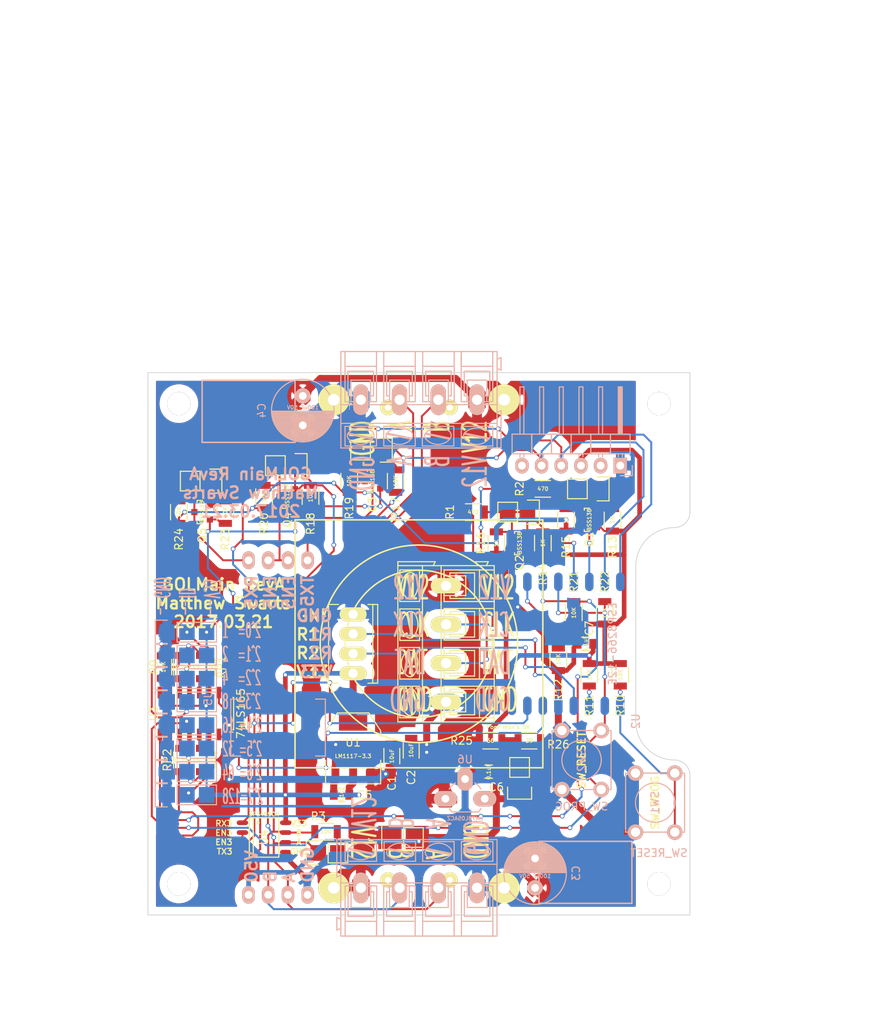
<source format=kicad_pcb>
(kicad_pcb (version 4) (host pcbnew 4.0.4-stable)
  (title_block (title GOLMain) (date 2017-03-23) (rev A) (company "Matthew Swarts"))
  (layers (0 F.Cu signal) (31 B.Cu signal hide) (34 B.Paste user) (35 F.Paste user) (36 B.SilkS user) (37 F.SilkS user) (38 B.Mask user) (39 F.Mask user) (44 Edge.Cuts user))
  (net 0 "")
  (net 1 V12)
  (net 2 GND)
  (net 3 V33)
  (net 4 LED_DATA)
  (net 5 LED_CLOCK)
  (net 6 "Net-(R9-Pad1)")
  (net 7 ID_DATA)
  (net 8 "Net-(R11-Pad1)")
  (net 9 ID_0)
  (net 10 ID_1)
  (net 11 ID_2)
  (net 12 ID_3)
  (net 13 ID_4)
  (net 14 ID_5)
  (net 15 ID_6)
  (net 16 ID_7)
  (net 17 TX50)
  (net 18 RX50)
  (net 19 A)
  (net 20 B)
  (net 21 TX33)
  (net 22 RX33)
  (net 23 V50)
  (net 24 EN_MAX)
  (net 25 RESET)
  (net 26 GPIO2)
  (net 27 GPIO0)
  (net 28 EN_MAX50)
  (net 29 V50D)
  (net 30 GPIO15)
  (net 31 "Net-(RP1-Pad7)")
  (net 32 "Net-(RP1-Pad8)")
  (net 33 "Net-(RP1-Pad5)")
  (net 34 "Net-(RP1-Pad6)")
  (net 35 "Net-(RP2-Pad7)")
  (net 36 "Net-(RP2-Pad8)")
  (net 37 "Net-(RP2-Pad5)")
  (net 38 "Net-(RP2-Pad6)")
  (net 39 READER2)
  (net 40 READER1)
  (net 41 "Net-(P12-Pad2)")
  (net 42 "Net-(P12-Pad3)")
  (net 43 "Net-(P15-Pad2)")
  (module Connect:AK300-4 (layer F.Cu) (at 130.5 134.5 90)
    (fp_text reference P12 hide)
    (fp_text value CONN_LED)
    (pad 1 thru_hole oval (at 0 0 90) (size 1.9812 3.9624) (drill 1.3208) (layers *.Cu *.Mask F.SilkS) (net 2 GND))
    (pad 2 thru_hole oval (at 5 0 90) (size 1.9812 3.9624) (drill 1.3208) (layers *.Cu *.Mask F.SilkS) (net 41 "Net-(P12-Pad2)"))
    (pad 4 thru_hole oval (at 15 0 90) (size 1.9812 3.9624) (drill 1.3208) (layers *.Cu *.Mask F.SilkS) (net 1 V12))
    (pad 3 thru_hole oval (at 10 0 90) (size 1.9812 3.9624) (drill 1.3208) (layers *.Cu *.Mask F.SilkS) (net 42 "Net-(P12-Pad3)"))
  )
  (module Mounting_Holes:MountingHole_3mm (layer F.Cu) (at 158 158)
    (fp_text reference REF** hide)
    (fp_text value MountingHole_3mm)
    (pad 1 thru_hole circle (at 0 0) (size 3 3) (drill 3) (layers))
  )
  (module Mounting_Holes:MountingHole_3mm (layer F.Cu) (at 96 158)
    (fp_text reference REF** hide)
    (fp_text value MountingHole_3mm)
    (pad 1 thru_hole circle (at 0 0) (size 3 3) (drill 3) (layers))
  )
  (module Mounting_Holes:MountingHole_3mm (layer F.Cu) (at 96 96)
    (fp_text reference REF** hide)
    (fp_text value MountingHole_3mm)
    (pad 1 thru_hole circle (at 0 0) (size 3 3) (drill 3) (layers))
  )
  (module Capacitors_SMD:C_1206 (layer F.Cu) (at 123.5 141.5 90)
    (fp_text reference C1 (at -3.5 0 90) (layer F.SilkS))
    (fp_text value 10uF (at 0 0 90) (layer F.SilkS) (effects (font (size 0.5 0.5) (thickness 0.1))))
    (pad 1 smd rect (at -1.5 0 90) (size 1 1.6) (layers F.Cu F.Paste F.Mask) (net 1 V12))
    (pad 2 smd rect (at 1.5 0 90) (size 1 1.6) (layers F.Cu F.Paste F.Mask) (net 2 GND))
  )
  (module Capacitors_SMD:C_1206 (layer F.Cu) (at 126 140.75 90)
    (fp_text reference C2 (at -3.5 0 90) (layer F.SilkS))
    (fp_text value 10uF (at 0 0 90) (layer F.SilkS) (effects (font (size 0.5 0.5) (thickness 0.1))))
    (pad 1 smd rect (at -1.5 0 90) (size 1 1.6) (layers F.Cu F.Paste F.Mask) (net 3 V33))
    (pad 2 smd rect (at 1.5 0 90) (size 1 1.6) (layers F.Cu F.Paste F.Mask) (net 2 GND))
  )
  (module Resistors_SMD:R_1206 (layer F.Cu) (at 94 130 90)
    (fp_text reference R9 (at 0 -1.25 90) (layer F.SilkS))
    (fp_text value 10K (at 0 0 90) (layer F.SilkS) (effects (font (size 0.5 0.5) (thickness 0.1))))
    (pad 1 smd rect (at -1.45 0 90) (size 0.9 1.7) (layers F.Cu F.Paste F.Mask) (net 6 "Net-(R9-Pad1)"))
    (pad 2 smd rect (at 1.45 0 90) (size 0.9 1.7) (layers F.Cu F.Paste F.Mask) (net 2 GND))
  )
  (module TO_SOT_Packages_SMD:SOT-223 (layer F.Cu) (at 118.5 140.5)
    (fp_text reference U1 (at 0 -0.762) (layer F.SilkS))
    (fp_text value LM1117-3.3 (at 0 1) (layer F.SilkS) (effects (font (size 0.5 0.5) (thickness 0.1))))
    (pad 4 smd rect (at 0 -3.302) (size 3.6576 2.032) (layers F.Cu F.Paste F.Mask) (net 3 V33))
    (pad 2 smd rect (at 0 3.302) (size 1.016 2.032) (layers F.Cu F.Paste F.Mask) (net 3 V33))
    (pad 3 smd rect (at 2.286 3.302) (size 1.016 2.032) (layers F.Cu F.Paste F.Mask) (net 1 V12))
    (pad 1 smd rect (at -2.286 3.302) (size 1.016 2.032) (layers F.Cu F.Paste F.Mask) (net 2 GND))
  )
  (module ESP8266:ESP-12E (layer B.Cu) (at 153 135 90)
    (fp_text reference U2 (at -2 2 90) (layer B.SilkS) (effects (justify mirror)))
    (fp_text value ESP8266-12E (at 8 -1 90) (layer B.SilkS) (effects (justify mirror)))
    (pad 1 smd rect (at 0 0 90) (size 2.4 1.1) (layers B.Cu B.Paste B.Mask) (net 25 RESET))
    (pad 2 smd oval (at 0 -2 90) (size 2.4 1.1) (layers B.Cu B.Paste B.Mask))
    (pad 3 smd oval (at 0 -4 90) (size 2.4 1.1) (layers B.Cu B.Paste B.Mask) (net 8 "Net-(R11-Pad1)"))
    (pad 4 smd oval (at 0 -6 90) (size 2.4 1.1) (layers B.Cu B.Paste B.Mask) (net 39 READER2))
    (pad 5 smd oval (at 0 -8 90) (size 2.4 1.1) (layers B.Cu B.Paste B.Mask) (net 40 READER1))
    (pad 6 smd oval (at 0 -10 90) (size 2.4 1.1) (layers B.Cu B.Paste B.Mask) (net 7 ID_DATA))
    (pad 7 smd oval (at 0 -12 90) (size 2.4 1.1) (layers B.Cu B.Paste B.Mask) (net 24 EN_MAX))
    (pad 8 smd oval (at 0 -14 90) (size 2.4 1.1) (layers B.Cu B.Paste B.Mask) (net 3 V33))
    (pad 15 smd oval (at 16 -14 90) (size 2.4 1.1) (layers B.Cu B.Paste B.Mask) (net 2 GND))
    (pad 16 smd oval (at 16 -12 90) (size 2.4 1.1) (layers B.Cu B.Paste B.Mask) (net 30 GPIO15))
    (pad 17 smd oval (at 16 -10 90) (size 2.4 1.1) (layers B.Cu B.Paste B.Mask) (net 26 GPIO2))
    (pad 18 smd oval (at 16 -8 90) (size 2.4 1.1) (layers B.Cu B.Paste B.Mask) (net 27 GPIO0))
    (pad 19 smd oval (at 16 -6 90) (size 2.4 1.1) (layers B.Cu B.Paste B.Mask) (net 4 LED_DATA))
    (pad 20 smd oval (at 16 -4 90) (size 2.4 1.1) (layers B.Cu B.Paste B.Mask) (net 5 LED_CLOCK))
    (pad 21 smd oval (at 16 -2 90) (size 2.4 1.1) (layers B.Cu B.Paste B.Mask) (net 22 RX33))
    (pad 22 smd oval (at 16 0 90) (size 2.4 1.1) (layers B.Cu B.Paste B.Mask) (net 21 TX33))
  )
  (module Housings_SOIC:SOIC-16_3.9x9.9mm_Pitch1.27mm (layer F.Cu) (at 98 136 90)
    (fp_text reference U3 (at 0 -5.25 90) (layer F.SilkS))
    (fp_text value 74LS165 (at 0 6 90) (layer F.SilkS))
    (pad 1 smd rect (at -2.7 -4.445 90) (size 1.5 0.6) (layers F.Cu F.Paste F.Mask) (net 27 GPIO0))
    (pad 2 smd rect (at -2.7 -3.175 90) (size 1.5 0.6) (layers F.Cu F.Paste F.Mask) (net 26 GPIO2))
    (pad 3 smd rect (at -2.7 -1.905 90) (size 1.5 0.6) (layers F.Cu F.Paste F.Mask) (net 36 "Net-(RP2-Pad8)"))
    (pad 4 smd rect (at -2.7 -0.635 90) (size 1.5 0.6) (layers F.Cu F.Paste F.Mask) (net 35 "Net-(RP2-Pad7)"))
    (pad 5 smd rect (at -2.7 0.635 90) (size 1.5 0.6) (layers F.Cu F.Paste F.Mask) (net 38 "Net-(RP2-Pad6)"))
    (pad 6 smd rect (at -2.7 1.905 90) (size 1.5 0.6) (layers F.Cu F.Paste F.Mask) (net 37 "Net-(RP2-Pad5)"))
    (pad 7 smd rect (at -2.7 3.175 90) (size 1.5 0.6) (layers F.Cu F.Paste F.Mask))
    (pad 8 smd rect (at -2.7 4.445 90) (size 1.5 0.6) (layers F.Cu F.Paste F.Mask) (net 2 GND))
    (pad 9 smd rect (at 2.7 4.445 90) (size 1.5 0.6) (layers F.Cu F.Paste F.Mask))
    (pad 10 smd rect (at 2.7 3.175 90) (size 1.5 0.6) (layers F.Cu F.Paste F.Mask) (net 7 ID_DATA))
    (pad 11 smd rect (at 2.7 1.905 90) (size 1.5 0.6) (layers F.Cu F.Paste F.Mask) (net 32 "Net-(RP1-Pad8)"))
    (pad 12 smd rect (at 2.7 0.635 90) (size 1.5 0.6) (layers F.Cu F.Paste F.Mask) (net 31 "Net-(RP1-Pad7)"))
    (pad 13 smd rect (at 2.7 -0.635 90) (size 1.5 0.6) (layers F.Cu F.Paste F.Mask) (net 34 "Net-(RP1-Pad6)"))
    (pad 14 smd rect (at 2.7 -1.905 90) (size 1.5 0.6) (layers F.Cu F.Paste F.Mask) (net 33 "Net-(RP1-Pad5)"))
    (pad 15 smd rect (at 2.7 -3.175 90) (size 1.5 0.6) (layers F.Cu F.Paste F.Mask) (net 6 "Net-(R9-Pad1)"))
    (pad 16 smd rect (at 2.7 -4.445 90) (size 1.5 0.6) (layers F.Cu F.Paste F.Mask) (net 3 V33))
  )
  (module Capacitors_ThroughHole:C_Radial_D8_L13_P3.8 (layer B.Cu) (at 142 158.5 90)
    (fp_text reference C3 (at 1.9 5.3 90) (layer B.SilkS) (effects (justify mirror)))
    (fp_text value "100uF 50V" (at 1.524 0 360) (layer B.SilkS) (effects (font (size 0.5 0.5) (thickness 0.1)) (justify mirror)))
    (pad 1 thru_hole circle (at 0 0 90) (size 2 2) (drill 1) (layers *.Cu *.Mask B.SilkS) (net 1 V12))
    (pad 2 thru_hole rect (at 3.8 0 90) (size 2 2) (drill 1) (layers *.Cu *.Mask B.SilkS) (net 2 GND))
  )
  (module TO_SOT_Packages_SMD:SOT-23 (layer F.Cu) (at 149 111 90)
    (fp_text reference Q1 (at -2.5 0 90) (layer F.SilkS))
    (fp_text value BSS138 (at 0 0 90) (layer F.SilkS) (effects (font (size 0.5 0.5) (thickness 0.1))))
    (pad 1 smd rect (at -0.95 1.00076 90) (size 0.8001 0.8001) (layers F.Cu F.Paste F.Mask) (net 3 V33))
    (pad 2 smd rect (at 0.95 1.00076 90) (size 0.8001 0.8001) (layers F.Cu F.Paste F.Mask) (net 5 LED_CLOCK))
    (pad 3 smd rect (at 0 -0.99822 90) (size 0.8001 0.8001) (layers F.Cu F.Paste F.Mask) (net 5 LED_CLOCK))
  )
  (module TO_SOT_Packages_SMD:SOT-23 (layer F.Cu) (at 140 114 90)
    (fp_text reference Q2 (at -2.5 0 90) (layer F.SilkS))
    (fp_text value BSS138 (at 0 0 90) (layer F.SilkS) (effects (font (size 0.5 0.5) (thickness 0.1))))
    (pad 1 smd rect (at -0.95 1.00076 90) (size 0.8001 0.8001) (layers F.Cu F.Paste F.Mask) (net 3 V33))
    (pad 2 smd rect (at 0.95 1.00076 90) (size 0.8001 0.8001) (layers F.Cu F.Paste F.Mask) (net 4 LED_DATA))
    (pad 3 smd rect (at 0 -0.99822 90) (size 0.8001 0.8001) (layers F.Cu F.Paste F.Mask) (net 4 LED_DATA))
  )
  (module Resistors_SMD:R_1206 (layer F.Cu) (at 153 131 90)
    (fp_text reference R10 (at -4 0 90) (layer F.SilkS))
    (fp_text value 10K (at 0 0 90) (layer F.SilkS) (effects (font (size 0.5 0.5) (thickness 0.1))))
    (pad 1 smd rect (at -1.45 0 90) (size 0.9 1.7) (layers F.Cu F.Paste F.Mask) (net 25 RESET))
    (pad 2 smd rect (at 1.45 0 90) (size 0.9 1.7) (layers F.Cu F.Paste F.Mask) (net 3 V33))
  )
  (module Resistors_SMD:R_1206 (layer F.Cu) (at 149 131 90)
    (fp_text reference R11 (at -4 0 90) (layer F.SilkS))
    (fp_text value 10K (at 0 0 90) (layer F.SilkS) (effects (font (size 0.5 0.5) (thickness 0.1))))
    (pad 1 smd rect (at -1.45 0 90) (size 0.9 1.7) (layers F.Cu F.Paste F.Mask) (net 8 "Net-(R11-Pad1)"))
    (pad 2 smd rect (at 1.45 0 90) (size 0.9 1.7) (layers F.Cu F.Paste F.Mask) (net 3 V33))
  )
  (module Resistors_SMD:R_1206 (layer F.Cu) (at 145 129 90)
    (fp_text reference R12 (at -4 0 90) (layer F.SilkS))
    (fp_text value 10K (at 0 0 90) (layer F.SilkS) (effects (font (size 0.5 0.5) (thickness 0.1))))
    (pad 1 smd rect (at -1.45 0 90) (size 0.9 1.7) (layers F.Cu F.Paste F.Mask) (net 2 GND))
    (pad 2 smd rect (at 1.45 0 90) (size 0.9 1.7) (layers F.Cu F.Paste F.Mask) (net 30 GPIO15))
  )
  (module Resistors_SMD:R_1206 (layer F.Cu) (at 152 111 270)
    (fp_text reference R13 (at 3.5 0 270) (layer F.SilkS))
    (fp_text value 1K (at 0 0 270) (layer F.SilkS) (effects (font (size 0.5 0.5) (thickness 0.1))))
    (pad 1 smd rect (at -1.45 0 270) (size 0.9 1.7) (layers F.Cu F.Paste F.Mask) (net 5 LED_CLOCK))
    (pad 2 smd rect (at 1.45 0 270) (size 0.9 1.7) (layers F.Cu F.Paste F.Mask) (net 3 V33))
  )
  (module Resistors_SMD:R_1206 (layer F.Cu) (at 143 114 270)
    (fp_text reference R14 (at 4 0 270) (layer F.SilkS))
    (fp_text value 1K (at 0 0 270) (layer F.SilkS) (effects (font (size 0.5 0.5) (thickness 0.1))))
    (pad 1 smd rect (at -1.45 0 270) (size 0.9 1.7) (layers F.Cu F.Paste F.Mask) (net 4 LED_DATA))
    (pad 2 smd rect (at 1.45 0 270) (size 0.9 1.7) (layers F.Cu F.Paste F.Mask) (net 3 V33))
  )
  (module Resistors_SMD:R_1206 (layer F.Cu) (at 146 111 270)
    (fp_text reference R15 (at 3.5 0 270) (layer F.SilkS))
    (fp_text value 1K (at 0 0 270) (layer F.SilkS) (effects (font (size 0.5 0.5) (thickness 0.1))))
    (pad 1 smd rect (at -1.45 0 270) (size 0.9 1.7) (layers F.Cu F.Paste F.Mask) (net 5 LED_CLOCK))
    (pad 2 smd rect (at 1.45 0 270) (size 0.9 1.7) (layers F.Cu F.Paste F.Mask) (net 23 V50))
  )
  (module Resistors_SMD:R_1206 (layer F.Cu) (at 137 114 270)
    (fp_text reference R16 (at 0 2 270) (layer F.SilkS))
    (fp_text value 1K (at 0 0 270) (layer F.SilkS) (effects (font (size 0.5 0.5) (thickness 0.1))))
    (pad 1 smd rect (at -1.45 0 270) (size 0.9 1.7) (layers F.Cu F.Paste F.Mask) (net 4 LED_DATA))
    (pad 2 smd rect (at 1.45 0 270) (size 0.9 1.7) (layers F.Cu F.Paste F.Mask) (net 23 V50))
  )
  (module Buttons_Switches_ThroughHole:SW_PUSH_SMALL (layer B.Cu) (at 157.5 147.5 90)
    (fp_text reference SW1 (at 0 0 90) (layer B.SilkS) (effects (justify mirror)))
    (fp_text value SW_RESET (at -6.5 0.5 180) (layer B.SilkS) (effects (justify mirror)))
    (pad 1 thru_hole circle (at 3.81 2.54 90) (size 2 2) (drill 1.2) (layers *.Cu *.Mask B.SilkS) (net 25 RESET))
    (pad 2 thru_hole circle (at 3.81 -2.54 90) (size 2 2) (drill 1.2) (layers *.Cu *.Mask B.SilkS) (net 2 GND))
    (pad 1 thru_hole circle (at -3.81 2.54 90) (size 2 2) (drill 1.2) (layers *.Cu *.Mask B.SilkS) (net 25 RESET))
    (pad 2 thru_hole circle (at -3.81 -2.54 90) (size 2 2) (drill 1.2) (layers *.Cu *.Mask B.SilkS) (net 2 GND))
  )
  (module Buttons_Switches_ThroughHole:SW_PUSH_SMALL (layer B.Cu) (at 148 142 90)
    (fp_text reference SW2 (at 0 0 90) (layer B.SilkS) (effects (justify mirror)))
    (fp_text value SW_PROG (at -6 0 180) (layer B.SilkS) (effects (justify mirror)))
    (pad 1 thru_hole circle (at 3.81 2.54 90) (size 2 2) (drill 1.2) (layers *.Cu *.Mask B.SilkS) (net 27 GPIO0))
    (pad 2 thru_hole circle (at 3.81 -2.54 90) (size 2 2) (drill 1.2) (layers *.Cu *.Mask B.SilkS) (net 2 GND))
    (pad 1 thru_hole circle (at -3.81 2.54 90) (size 2 2) (drill 1.2) (layers *.Cu *.Mask B.SilkS) (net 27 GPIO0))
    (pad 2 thru_hole circle (at -3.81 -2.54 90) (size 2 2) (drill 1.2) (layers *.Cu *.Mask B.SilkS) (net 2 GND))
  )
  (module Power_Integrations:SO-8 (layer F.Cu) (at 107 152 270)
    (fp_text reference U4 (at 0 0 270) (layer F.SilkS))
    (fp_text value SP3485CN (at -3 0 360) (layer F.SilkS) (effects (font (size 0.5 0.5) (thickness 0.1))))
    (pad 1 smd oval (at -1.905 2.794 270) (size 0.6096 1.4732) (layers F.Cu F.Paste F.Mask) (net 22 RX33))
    (pad 2 smd oval (at -0.635 2.794 270) (size 0.6096 1.4732) (layers F.Cu F.Paste F.Mask) (net 24 EN_MAX))
    (pad 3 smd oval (at 0.635 2.794 270) (size 0.6096 1.4732) (layers F.Cu F.Paste F.Mask) (net 24 EN_MAX))
    (pad 4 smd oval (at 1.905 2.794 270) (size 0.6096 1.4732) (layers F.Cu F.Paste F.Mask) (net 21 TX33))
    (pad 5 smd oval (at 1.905 -2.794 270) (size 0.6096 1.4732) (layers F.Cu F.Paste F.Mask) (net 2 GND))
    (pad 6 smd oval (at 0.635 -2.794 270) (size 0.6096 1.4732) (layers F.Cu F.Paste F.Mask) (net 19 A))
    (pad 7 smd oval (at -0.635 -2.794 270) (size 0.6096 1.4732) (layers F.Cu F.Paste F.Mask) (net 20 B))
    (pad 8 smd oval (at -1.905 -2.794 270) (size 0.6096 1.4732) (layers F.Cu F.Paste F.Mask) (net 3 V33))
  )
  (module Capacitors_ThroughHole:C_Radial_D8_L13_P3.8 (layer B.Cu) (at 112 95 270)
    (fp_text reference C4 (at 1.9 5.3 270) (layer B.SilkS) (effects (justify mirror)))
    (fp_text value "100uF 50V" (at 1.5 0 540) (layer B.SilkS) (effects (font (size 0.5 0.5) (thickness 0.1)) (justify mirror)))
    (pad 1 thru_hole circle (at 0 0 270) (size 2 2) (drill 1) (layers *.Cu *.Mask B.SilkS) (net 1 V12))
    (pad 2 thru_hole rect (at 3.8 0 270) (size 2 2) (drill 1) (layers *.Cu *.Mask B.SilkS) (net 2 GND))
  )
  (module Connect:AK300-4 (layer B.Cu) (at 134.5 158.5 180)
    (fp_text reference P5 hide)
    (fp_text value CONN_MAIN1)
    (pad 1 thru_hole oval (at 0 0 180) (size 1.9812 3.9624) (drill 1.3208) (layers *.Cu *.Mask B.SilkS) (net 2 GND))
    (pad 2 thru_hole oval (at 5 0 180) (size 1.9812 3.9624) (drill 1.3208) (layers *.Cu *.Mask B.SilkS) (net 19 A))
    (pad 4 thru_hole oval (at 15 0 180) (size 1.9812 3.9624) (drill 1.3208) (layers *.Cu *.Mask B.SilkS) (net 1 V12))
    (pad 3 thru_hole oval (at 10 0 180) (size 1.9812 3.9624) (drill 1.3208) (layers *.Cu *.Mask B.SilkS) (net 20 B))
  )
  (module Connect:AK300-4 (layer B.Cu) (at 119.5 95.5)
    (fp_text reference P6 hide)
    (fp_text value CONN_MAIN2)
    (pad 1 thru_hole oval (at 0 0) (size 1.9812 3.9624) (drill 1.3208) (layers *.Cu *.Mask B.SilkS) (net 2 GND))
    (pad 2 thru_hole oval (at 5 0) (size 1.9812 3.9624) (drill 1.3208) (layers *.Cu *.Mask B.SilkS) (net 19 A))
    (pad 4 thru_hole oval (at 15 0) (size 1.9812 3.9624) (drill 1.3208) (layers *.Cu *.Mask B.SilkS) (net 1 V12))
    (pad 3 thru_hole oval (at 10 0) (size 1.9812 3.9624) (drill 1.3208) (layers *.Cu *.Mask B.SilkS) (net 20 B))
  )
  (module TO_SOT_Packages_SMD:SOT-23 (layer F.Cu) (at 121 106 90)
    (fp_text reference Q3 (at -3 0 90) (layer F.SilkS))
    (fp_text value BSS138 (at 0 0 90) (layer F.SilkS) (effects (font (size 0.5 0.5) (thickness 0.1))))
    (pad 1 smd rect (at -0.95 1.00076 90) (size 0.8001 0.8001) (layers F.Cu F.Paste F.Mask) (net 3 V33))
    (pad 2 smd rect (at 0.95 1.00076 90) (size 0.8001 0.8001) (layers F.Cu F.Paste F.Mask) (net 21 TX33))
    (pad 3 smd rect (at 0 -0.99822 90) (size 0.8001 0.8001) (layers F.Cu F.Paste F.Mask) (net 17 TX50))
  )
  (module TO_SOT_Packages_SMD:SOT-23 (layer F.Cu) (at 110 108 90)
    (fp_text reference Q4 (at -3 0 90) (layer F.SilkS))
    (fp_text value BSS138 (at 0 0 90) (layer F.SilkS) (effects (font (size 0.5 0.5) (thickness 0.1))))
    (pad 1 smd rect (at -0.95 1.00076 90) (size 0.8001 0.8001) (layers F.Cu F.Paste F.Mask) (net 3 V33))
    (pad 2 smd rect (at 0.95 1.00076 90) (size 0.8001 0.8001) (layers F.Cu F.Paste F.Mask) (net 24 EN_MAX))
    (pad 3 smd rect (at 0 -0.99822 90) (size 0.8001 0.8001) (layers F.Cu F.Paste F.Mask) (net 28 EN_MAX50))
  )
  (module Resistors_SMD:R_1206 (layer F.Cu) (at 124 106 270)
    (fp_text reference R17 (at 3.5 0 270) (layer F.SilkS))
    (fp_text value 10K (at 0 0 270) (layer F.SilkS) (effects (font (size 0.5 0.5) (thickness 0.1))))
    (pad 1 smd rect (at -1.45 0 270) (size 0.9 1.7) (layers F.Cu F.Paste F.Mask) (net 21 TX33))
    (pad 2 smd rect (at 1.45 0 270) (size 0.9 1.7) (layers F.Cu F.Paste F.Mask) (net 3 V33))
  )
  (module Resistors_SMD:R_1206 (layer F.Cu) (at 113 108 270)
    (fp_text reference R18 (at 3.5 0 270) (layer F.SilkS))
    (fp_text value 10K (at 0 0 270) (layer F.SilkS) (effects (font (size 0.5 0.5) (thickness 0.1))))
    (pad 1 smd rect (at -1.45 0 270) (size 0.9 1.7) (layers F.Cu F.Paste F.Mask) (net 24 EN_MAX))
    (pad 2 smd rect (at 1.45 0 270) (size 0.9 1.7) (layers F.Cu F.Paste F.Mask) (net 3 V33))
  )
  (module Resistors_SMD:R_1206 (layer F.Cu) (at 118 106 270)
    (fp_text reference R19 (at 3.5 0 270) (layer F.SilkS))
    (fp_text value 10K (at 0 0 270) (layer F.SilkS) (effects (font (size 0.5 0.5) (thickness 0.1))))
    (pad 1 smd rect (at -1.45 0 270) (size 0.9 1.7) (layers F.Cu F.Paste F.Mask) (net 17 TX50))
    (pad 2 smd rect (at 1.45 0 270) (size 0.9 1.7) (layers F.Cu F.Paste F.Mask) (net 23 V50))
  )
  (module Resistors_SMD:R_1206 (layer F.Cu) (at 107 108 270)
    (fp_text reference R20 (at 3.5 0 270) (layer F.SilkS))
    (fp_text value 10K (at 0 0 270) (layer F.SilkS) (effects (font (size 0.5 0.5) (thickness 0.1))))
    (pad 1 smd rect (at -1.45 0 270) (size 0.9 1.7) (layers F.Cu F.Paste F.Mask) (net 28 EN_MAX50))
    (pad 2 smd rect (at 1.45 0 270) (size 0.9 1.7) (layers F.Cu F.Paste F.Mask) (net 23 V50))
  )
  (module Pin_Headers:Pin_Header_Straight_1x03 (layer B.Cu) (at 94.5 125.5 270)
    (fp_text reference P1 hide)
    (fp_text value CONN_ID_0)
    (pad 1 smd rect (at 0 0 270) (size 2.032 2) (layers B.Cu B.Paste B.Mask) (net 2 GND))
    (pad 2 smd rect (at 0 -2.54 270) (size 2.032 2) (layers B.Cu B.Paste B.Mask) (net 9 ID_0))
    (pad 3 smd rect (at 0 -5.08 270) (size 2.032 2) (layers B.Cu B.Paste B.Mask) (net 3 V33))
  )
  (module Pin_Headers:Pin_Header_Straight_1x03 (layer B.Cu) (at 94.5 128.5 270)
    (fp_text reference P2 hide)
    (fp_text value CONN_ID_1)
    (pad 1 smd rect (at 0 0 270) (size 2.032 2) (layers B.Cu B.Paste B.Mask) (net 2 GND))
    (pad 2 smd rect (at 0 -2.54 270) (size 2.032 2) (layers B.Cu B.Paste B.Mask) (net 10 ID_1))
    (pad 3 smd rect (at 0 -5.08 270) (size 2.032 2) (layers B.Cu B.Paste B.Mask) (net 3 V33))
  )
  (module Pin_Headers:Pin_Header_Straight_1x03 (layer B.Cu) (at 94.5 131.5 270)
    (fp_text reference P4 hide)
    (fp_text value CONN_ID_2)
    (pad 1 smd rect (at 0 0 270) (size 2.032 2) (layers B.Cu B.Paste B.Mask) (net 2 GND))
    (pad 2 smd rect (at 0 -2.54 270) (size 2.032 2) (layers B.Cu B.Paste B.Mask) (net 11 ID_2))
    (pad 3 smd rect (at 0 -5.08 270) (size 2.032 2) (layers B.Cu B.Paste B.Mask) (net 3 V33))
  )
  (module Pin_Headers:Pin_Header_Straight_1x03 (layer B.Cu) (at 94.5 134.5 270)
    (fp_text reference P7 hide)
    (fp_text value CONN_ID_3)
    (pad 1 smd rect (at 0 0 270) (size 2.032 2) (layers B.Cu B.Paste B.Mask) (net 2 GND))
    (pad 2 smd rect (at 0 -2.54 270) (size 2.032 2) (layers B.Cu B.Paste B.Mask) (net 12 ID_3))
    (pad 3 smd rect (at 0 -5.08 270) (size 2.032 2) (layers B.Cu B.Paste B.Mask) (net 3 V33))
  )
  (module Pin_Headers:Pin_Header_Straight_1x03 (layer B.Cu) (at 94.5 137.5 270)
    (fp_text reference P8 hide)
    (fp_text value CONN_ID_4)
    (pad 1 connect rect (at 0 0 270) (size 2.032 2) (layers B.Cu B.Mask) (net 2 GND))
    (pad 2 smd rect (at 0 -2.54 270) (size 2.032 2) (layers B.Cu B.Paste B.Mask) (net 13 ID_4))
    (pad 3 smd rect (at 0 -5.08 270) (size 2.032 2) (layers B.Cu B.Paste B.Mask) (net 3 V33))
  )
  (module Pin_Headers:Pin_Header_Straight_1x03 (layer B.Cu) (at 94.5 140.5 270)
    (fp_text reference P9 hide)
    (fp_text value CONN_ID_5)
    (pad 1 smd rect (at 0 0 270) (size 2.032 1.7272) (layers B.Cu B.Paste B.Mask) (net 2 GND))
    (pad 2 smd rect (at 0 -2.54 270) (size 2.032 2) (layers B.Cu B.Paste B.Mask) (net 14 ID_5))
    (pad 3 smd rect (at 0 -5.08 270) (size 2.032 2) (layers B.Cu B.Paste B.Mask) (net 3 V33))
  )
  (module Pin_Headers:Pin_Header_Straight_1x03 (layer B.Cu) (at 94.5 143.5 270)
    (fp_text reference P10 hide)
    (fp_text value CONN_ID_6)
    (pad 1 smd rect (at 0 0 270) (size 2.032 2) (layers B.Cu B.Paste B.Mask) (net 2 GND))
    (pad 2 smd rect (at 0 -2.54 270) (size 2.032 2) (layers B.Cu B.Paste B.Mask) (net 15 ID_6))
    (pad 3 smd rect (at 0 -5.08 270) (size 2.032 2) (layers B.Cu B.Paste B.Mask) (net 3 V33))
  )
  (module Pin_Headers:Pin_Header_Straight_1x03 (layer B.Cu) (at 94.5 146.5 270)
    (fp_text reference P11 hide)
    (fp_text value CONN_ID_7)
    (pad 1 smd rect (at 0 0 270) (size 2.032 2) (layers B.Cu B.Paste B.Mask) (net 2 GND))
    (pad 2 smd rect (at 0 -2.54 270) (size 2.032 2) (layers B.Cu B.Paste B.Mask) (net 16 ID_7))
    (pad 3 smd rect (at 0 -5.08 270) (size 2.032 2) (layers B.Cu B.Paste B.Mask) (net 3 V33))
  )
  (module TO_SOT_Packages_SMD:SOT-23 (layer F.Cu) (at 99 110 90)
    (fp_text reference Q5 (at -3 0 90) (layer F.SilkS))
    (fp_text value BSS138 (at 0 0 90) (layer F.SilkS) (effects (font (size 0.5 0.5) (thickness 0.1))))
    (pad 1 smd rect (at -0.95 1.00076 90) (size 0.8001 0.8001) (layers F.Cu F.Paste F.Mask) (net 3 V33))
    (pad 2 smd rect (at 0.95 1.00076 90) (size 0.8001 0.8001) (layers F.Cu F.Paste F.Mask) (net 22 RX33))
    (pad 3 smd rect (at 0 -0.99822 90) (size 0.8001 0.8001) (layers F.Cu F.Paste F.Mask) (net 18 RX50))
  )
  (module Resistors_SMD:R_1206 (layer F.Cu) (at 147 123 270)
    (fp_text reference R21 (at -4 0 270) (layer F.SilkS))
    (fp_text value 10K (at 0 0 270) (layer F.SilkS) (effects (font (size 0.5 0.5) (thickness 0.1))))
    (pad 1 smd rect (at -1.45 0 270) (size 0.9 1.7) (layers F.Cu F.Paste F.Mask) (net 26 GPIO2))
    (pad 2 smd rect (at 1.45 0 270) (size 0.9 1.7) (layers F.Cu F.Paste F.Mask) (net 3 V33))
  )
  (module Resistors_SMD:R_1206 (layer F.Cu) (at 151 123 270)
    (fp_text reference R22 (at -4 0 270) (layer F.SilkS))
    (fp_text value 10K (at 0 0 270) (layer F.SilkS) (effects (font (size 0.5 0.5) (thickness 0.1))))
    (pad 1 smd rect (at -1.45 0 270) (size 0.9 1.7) (layers F.Cu F.Paste F.Mask) (net 27 GPIO0))
    (pad 2 smd rect (at 1.45 0 270) (size 0.9 1.7) (layers F.Cu F.Paste F.Mask) (net 3 V33))
  )
  (module Resistors_SMD:R_1206 (layer F.Cu) (at 102 110 270)
    (fp_text reference R23 (at 3.5 0 270) (layer F.SilkS))
    (fp_text value 10K (at 0 0 270) (layer F.SilkS) (effects (font (size 0.5 0.5) (thickness 0.1))))
    (pad 1 smd rect (at -1.45 0 270) (size 0.9 1.7) (layers F.Cu F.Paste F.Mask) (net 22 RX33))
    (pad 2 smd rect (at 1.45 0 270) (size 0.9 1.7) (layers F.Cu F.Paste F.Mask) (net 3 V33))
  )
  (module Resistors_SMD:R_1206 (layer F.Cu) (at 96 110 270)
    (fp_text reference R24 (at 3.5 0 270) (layer F.SilkS))
    (fp_text value 10K (at 0 0 270) (layer F.SilkS) (effects (font (size 0.5 0.5) (thickness 0.1))))
    (pad 1 smd rect (at -1.45 0 270) (size 0.9 1.7) (layers F.Cu F.Paste F.Mask) (net 18 RX50))
    (pad 2 smd rect (at 1.45 0 270) (size 0.9 1.7) (layers F.Cu F.Paste F.Mask) (net 23 V50))
  )
  (module Housings_DIP:DIP-8_W7.62mm_LongPads (layer B.Cu) (at 105 134 270)
    (fp_text reference U5 (at 0 5.22 270) (layer B.SilkS) (effects (justify mirror)))
    (fp_text value MAX485Module)
    (pad 1 thru_hole oval (at -17.78 0 270) (size 2.3 1.6) (drill 1) (layers *.Cu *.Mask B.SilkS) (net 18 RX50))
    (pad 2 thru_hole oval (at -17.78 -2.54 270) (size 2.3 1.6) (drill 1) (layers *.Cu *.Mask B.SilkS) (net 28 EN_MAX50))
    (pad 3 thru_hole oval (at -17.78 -5.08 270) (size 2.3 1.6) (drill 1) (layers *.Cu *.Mask B.SilkS) (net 28 EN_MAX50))
    (pad 4 thru_hole oval (at -17.78 -7.62 270) (size 2.3 1.6) (drill 1) (layers *.Cu *.Mask B.SilkS) (net 17 TX50))
    (pad 5 thru_hole oval (at 25.4 -7.62 270) (size 2.3 1.6) (drill 1) (layers *.Cu *.Mask B.SilkS) (net 2 GND))
    (pad 6 thru_hole oval (at 25.4 -5.08 270) (size 2.3 1.6) (drill 1) (layers *.Cu *.Mask B.SilkS) (net 19 A))
    (pad 7 thru_hole oval (at 25.4 -2.54 270) (size 2.3 1.6) (drill 1) (layers *.Cu *.Mask B.SilkS) (net 20 B))
    (pad 8 thru_hole oval (at 25.4 0 270) (size 2.3 1.6) (drill 1) (layers *.Cu *.Mask B.SilkS) (net 23 V50))
  )
  (module Capacitors_SMD:C_0805 (layer F.Cu) (at 117 146.5 180)
    (fp_text reference C5 (at -3 0 180) (layer F.SilkS))
    (fp_text value 0.1uF (at 0 0 270) (layer F.SilkS) (effects (font (size 0.5 0.5) (thickness 0.1))))
    (pad 1 smd rect (at -1 0 180) (size 1 1.25) (layers F.Cu F.Paste F.Mask) (net 3 V33))
    (pad 2 smd rect (at 1 0 180) (size 1 1.25) (layers F.Cu F.Paste F.Mask) (net 2 GND))
  )
  (module Capacitors_SMD:C_0805 (layer F.Cu) (at 136 143.5 180)
    (fp_text reference C6 (at -1 -2 180) (layer F.SilkS))
    (fp_text value 0.1uF (at 0 0 270) (layer F.SilkS) (effects (font (size 0.5 0.5) (thickness 0.1))))
    (pad 1 smd rect (at -1 0 180) (size 1 1.25) (layers F.Cu F.Paste F.Mask) (net 23 V50))
    (pad 2 smd rect (at 1 0 180) (size 1 1.25) (layers F.Cu F.Paste F.Mask) (net 2 GND))
  )
  (module Pin_Headers:Pin_Header_Angled_1x06 (layer B.Cu) (at 153 104 90)
    (fp_text reference P13 hide)
    (fp_text value CONN_FTDI)
    (pad 1 thru_hole rect (at 0 0 90) (size 2.032 1.7272) (drill 1.016) (layers *.Cu *.Mask B.SilkS) (net 2 GND))
    (pad 2 thru_hole oval (at 0 -2.54 90) (size 2.032 1.7272) (drill 1.016) (layers *.Cu *.Mask B.SilkS))
    (pad 3 thru_hole oval (at 0 -5.08 90) (size 2.032 1.7272) (drill 1.016) (layers *.Cu *.Mask B.SilkS) (net 3 V33))
    (pad 4 thru_hole oval (at 0 -7.62 90) (size 2.032 1.7272) (drill 1.016) (layers *.Cu *.Mask B.SilkS) (net 22 RX33))
    (pad 5 thru_hole oval (at 0 -10.16 90) (size 2.032 1.7272) (drill 1.016) (layers *.Cu *.Mask B.SilkS) (net 21 TX33))
    (pad 6 thru_hole oval (at 0 -12.7 90) (size 2.032 1.7272) (drill 1.016) (layers *.Cu *.Mask B.SilkS))
  )
  (module Pin_Headers:Pin_Header_Straight_1x02 (layer F.Cu) (at 140 145.5 180)
    (fp_text reference P14 hide)
    (fp_text value CONN_V50SEL)
    (pad 1 smd rect (at 0 0 180) (size 2.032 2.032) (layers F.Cu F.Paste F.Mask) (net 23 V50))
    (pad 2 smd rect (at 0 2.54 180) (size 2.032 2.032) (layers F.Cu F.Paste F.Mask) (net 29 V50D))
  )
  (module Resistors_SMD:R_1206 (layer F.Cu) (at 136.25 139.5 180)
    (fp_text reference R25 (at 3.75 0 180) (layer F.SilkS))
    (fp_text value 56 (at 0 0 180) (layer F.SilkS) (effects (font (size 0.5 0.5) (thickness 0.1))))
    (pad 1 smd rect (at -1.45 0 180) (size 0.9 1.7) (layers F.Cu F.Paste F.Mask) (net 29 V50D))
    (pad 2 smd rect (at 1.45 0 180) (size 0.9 1.7) (layers F.Cu F.Paste F.Mask) (net 1 V12))
  )
  (module Resistors_SMD:R_1206 (layer F.Cu) (at 141.25 139.5 180)
    (fp_text reference R26 (at -3.75 -0.5 180) (layer F.SilkS))
    (fp_text value 39 (at 0 0 180) (layer F.SilkS) (effects (font (size 0.5 0.5) (thickness 0.1))))
    (pad 1 smd rect (at -1.45 0 180) (size 0.9 1.7) (layers F.Cu F.Paste F.Mask) (net 2 GND))
    (pad 2 smd rect (at 1.45 0 180) (size 0.9 1.7) (layers F.Cu F.Paste F.Mask) (net 29 V50D))
  )
  (module Resistors_SMD:R_Array_Convex_4x1206 (layer F.Cu) (at 98 130 270)
    (fp_text reference RP1 (at 0 -3.5 270) (layer F.SilkS))
    (fp_text value R_PACK4_10K (at 0 0 360) (layer F.SilkS) (effects (font (size 0.5 0.5) (thickness 0.1))))
    (pad 1 smd rect (at -1.5 -2 270) (size 0.9 0.9) (layers F.Cu F.Paste F.Mask) (net 9 ID_0))
    (pad 4 smd rect (at -1.5 2 270) (size 0.9 0.9) (layers F.Cu F.Paste F.Mask) (net 12 ID_3))
    (pad 2 smd rect (at -1.5 -0.66 270) (size 0.9 0.9) (layers F.Cu F.Paste F.Mask) (net 10 ID_1))
    (pad 3 smd rect (at -1.5 0.66 270) (size 0.9 0.9) (layers F.Cu F.Paste F.Mask) (net 11 ID_2))
    (pad 7 smd rect (at 1.5 -0.66 270) (size 0.9 0.9) (layers F.Cu F.Paste F.Mask) (net 31 "Net-(RP1-Pad7)"))
    (pad 8 smd rect (at 1.5 -2 270) (size 0.9 0.9) (layers F.Cu F.Paste F.Mask) (net 32 "Net-(RP1-Pad8)"))
    (pad 5 smd rect (at 1.5 2 270) (size 0.9 0.9) (layers F.Cu F.Paste F.Mask) (net 33 "Net-(RP1-Pad5)"))
    (pad 6 smd rect (at 1.5 0.66 270) (size 0.9 0.9) (layers F.Cu F.Paste F.Mask) (net 34 "Net-(RP1-Pad6)"))
  )
  (module Resistors_SMD:R_Array_Convex_4x1206 (layer F.Cu) (at 98 142 90)
    (fp_text reference RP2 (at 0 -3.5 90) (layer F.SilkS))
    (fp_text value R_PACK4_10K (at 0 0 180) (layer F.SilkS) (effects (font (size 0.5 0.5) (thickness 0.1))))
    (pad 1 smd rect (at -1.5 -2 90) (size 0.9 0.9) (layers F.Cu F.Paste F.Mask) (net 13 ID_4))
    (pad 4 smd rect (at -1.5 2 90) (size 0.9 0.9) (layers F.Cu F.Paste F.Mask) (net 16 ID_7))
    (pad 2 smd rect (at -1.5 -0.66 90) (size 0.9 0.9) (layers F.Cu F.Paste F.Mask) (net 14 ID_5))
    (pad 3 smd rect (at -1.5 0.66 90) (size 0.9 0.9) (layers F.Cu F.Paste F.Mask) (net 15 ID_6))
    (pad 7 smd rect (at 1.5 -0.66 90) (size 0.9 0.9) (layers F.Cu F.Paste F.Mask) (net 35 "Net-(RP2-Pad7)"))
    (pad 8 smd rect (at 1.5 -2 90) (size 0.9 0.9) (layers F.Cu F.Paste F.Mask) (net 36 "Net-(RP2-Pad8)"))
    (pad 5 smd rect (at 1.5 2 90) (size 0.9 0.9) (layers F.Cu F.Paste F.Mask) (net 37 "Net-(RP2-Pad5)"))
    (pad 6 smd rect (at 1.5 0.66 90) (size 0.9 0.9) (layers F.Cu F.Paste F.Mask) (net 38 "Net-(RP2-Pad6)"))
  )
  (module TO_SOT_Packages_THT:TO-92_Rugged (layer B.Cu) (at 135.5 147 180)
    (fp_text reference U6 (at 2.54 5.08 180) (layer B.SilkS) (effects (justify mirror)))
    (fp_text value LM78L05ACZ (at 2.54 -2.54 180) (layer B.SilkS) (effects (font (size 0.5 0.5) (thickness 0.1)) (justify mirror)))
    (pad 2 thru_hole oval (at 2.54 2.54 90) (size 2.99974 1.99898) (drill 1) (layers *.Cu *.Mask B.SilkS) (net 2 GND))
    (pad 1 thru_hole oval (at 0 0 90) (size 1.99898 2.99974) (drill 1) (layers *.Cu *.Mask B.SilkS) (net 23 V50))
    (pad 3 thru_hole oval (at 5.08 0 90) (size 1.99898 2.99974) (drill 1) (layers *.Cu *.Mask B.SilkS) (net 1 V12))
  )
  (module Mounting_Holes:MountingHole_3mm (layer F.Cu) (at 158 96)
    (fp_text reference REF** hide)
    (fp_text value MountingHole_3mm)
    (pad 1 thru_hole circle (at 0 0) (size 3 3) (drill 3) (layers))
  )
  (module Resistors_SMD:R_1206 (layer F.Cu) (at 134 110 180)
    (fp_text reference R1 (at 3 0 270) (layer F.SilkS))
    (fp_text value 470 (at 0 0 180) (layer F.SilkS) (effects (font (size 0.5 0.5) (thickness 0.1))))
    (pad 1 smd rect (at -1.45 0 180) (size 0.9 1.7) (layers F.Cu F.Paste F.Mask) (net 4 LED_DATA))
    (pad 2 smd rect (at 1.45 0 180) (size 0.9 1.7) (layers F.Cu F.Paste F.Mask) (net 41 "Net-(P12-Pad2)"))
  )
  (module Resistors_SMD:R_1206 (layer F.Cu) (at 143 107 180)
    (fp_text reference R2 (at 3 0 270) (layer F.SilkS))
    (fp_text value 470 (at 0 0 180) (layer F.SilkS) (effects (font (size 0.5 0.5) (thickness 0.1))))
    (pad 1 smd rect (at -1.45 0 180) (size 0.9 1.7) (layers F.Cu F.Paste F.Mask) (net 5 LED_CLOCK))
    (pad 2 smd rect (at 1.45 0 180) (size 0.9 1.7) (layers F.Cu F.Paste F.Mask) (net 42 "Net-(P12-Pad3)"))
  )
  (module Pin_Headers:Pin_Header_Straight_1x02 (layer F.Cu) (at 123.75 152 90)
    (fp_text reference P16 hide)
    (fp_text value CONN_V12V50)
    (pad 1 smd rect (at 0 -0.5 90) (size 3 3) (layers F.Cu F.Paste F.Mask) (net 1 V12))
    (pad 2 smd rect (at 0 3.04 90) (size 3 3) (layers F.Cu F.Paste F.Mask) (net 23 V50))
  )
  (module Pin_Headers:Pin_Header_Straight_1x02 (layer F.Cu) (at 150 107 270)
    (fp_text reference P17 hide)
    (fp_text value CONN_LEDCLK)
    (pad 1 smd rect (at 0 0 270) (size 2.032 2.032) (layers F.Cu F.Paste F.Mask) (net 5 LED_CLOCK))
    (pad 2 smd rect (at 0 2.54 270) (size 2.032 2.032) (layers F.Cu F.Paste F.Mask) (net 5 LED_CLOCK))
  )
  (module Pin_Headers:Pin_Header_Straight_1x02 (layer F.Cu) (at 141 110 270)
    (fp_text reference P18 hide)
    (fp_text value CONN_LEDDATA)
    (pad 1 smd rect (at 0 0 270) (size 2.032 2.032) (layers F.Cu F.Paste F.Mask) (net 4 LED_DATA))
    (pad 2 smd rect (at 0 2.54 270) (size 2.032 2.032) (layers F.Cu F.Paste F.Mask) (net 4 LED_DATA))
  )
  (module Pin_Headers:Pin_Header_Straight_1x02 (layer F.Cu) (at 122 102 270)
    (fp_text reference P19 hide)
    (fp_text value CONN_TX3350)
    (pad 1 smd rect (at 0 0 270) (size 2.032 2.032) (layers F.Cu F.Paste F.Mask) (net 21 TX33))
    (pad 2 smd rect (at 0 2.54 270) (size 2.032 2.032) (layers F.Cu F.Paste F.Mask) (net 17 TX50))
  )
  (module Pin_Headers:Pin_Header_Straight_1x02 (layer F.Cu) (at 111 104 270)
    (fp_text reference P20 hide)
    (fp_text value CONN_EN3350)
    (pad 1 smd rect (at 0 0 270) (size 2.032 2.032) (layers F.Cu F.Paste F.Mask) (net 24 EN_MAX))
    (pad 2 smd rect (at 0 2.54 270) (size 2.032 2.032) (layers F.Cu F.Paste F.Mask) (net 28 EN_MAX50))
  )
  (module Pin_Headers:Pin_Header_Straight_1x02 (layer F.Cu) (at 100 106 270)
    (fp_text reference P21 hide)
    (fp_text value CONN_RX3350)
    (pad 1 smd rect (at 0 0 270) (size 2.032 2.032) (layers F.Cu F.Paste F.Mask) (net 22 RX33))
    (pad 2 smd rect (at 0 2.54 270) (size 2.032 2.032) (layers F.Cu F.Paste F.Mask) (net 18 RX50))
  )
  (module Sockets_MOLEX_KK-System:Socket_MOLEX-KK-RM2-54mm_Lock_4pin_straight (layer F.Cu) (at 118.5 127 270)
    (fp_text reference P3 hide)
    (fp_text value CONN_READERS)
    (pad 1 thru_hole oval (at -3.81 0 270) (size 1.80086 3.50012) (drill 1.19888) (layers *.Cu *.Mask F.SilkS) (net 2 GND))
    (pad 2 thru_hole oval (at -1.27 0 270) (size 1.80086 3.50012) (drill 1.19888) (layers *.Cu *.Mask F.SilkS) (net 40 READER1))
    (pad 3 thru_hole oval (at 1.27 0 270) (size 1.80086 3.50012) (drill 1.19888) (layers *.Cu *.Mask F.SilkS) (net 39 READER2))
    (pad 4 thru_hole oval (at 3.81 0 270) (size 1.80086 3.50012) (drill 1.19888) (layers *.Cu *.Mask F.SilkS) (net 3 V33))
  )
  (module Pin_Headers:Pin_Header_Straight_1x02 (layer F.Cu) (at 114 154 90)
    (fp_text reference P15 hide)
    (fp_text value CONN_AB_RES)
    (pad 1 smd rect (at 0 0 90) (size 2.032 2.032) (layers F.Cu F.Paste F.Mask) (net 19 A))
    (pad 2 smd rect (at 0 2.54 90) (size 2.032 2.032) (layers F.Cu F.Paste F.Mask) (net 43 "Net-(P15-Pad2)"))
  )
  (module Resistors_SMD:R_1206 (layer F.Cu) (at 115 151.25)
    (fp_text reference R3 (at -1 -2) (layer F.SilkS))
    (fp_text value 100 (at 0 0) (layer F.SilkS) (effects (font (size 0.5 0.5) (thickness 0.1))))
    (pad 1 smd rect (at -1.45 0) (size 0.9 1.7) (layers F.Cu F.Paste F.Mask) (net 20 B))
    (pad 2 smd rect (at 1.45 0) (size 0.9 1.7) (layers F.Cu F.Paste F.Mask) (net 43 "Net-(P15-Pad2)"))
  )
  (module Capacitors_SMD:C_0805 (layer F.Cu) (at 148.5 127 180)
    (fp_text reference C7 (at -0.5 2 270) (layer F.SilkS))
    (fp_text value 0.1uF (at 0 0 270) (layer F.SilkS) (effects (font (size 0.5 0.5) (thickness 0.1))))
    (pad 1 smd rect (at -1 0 180) (size 1 1.25) (layers F.Cu F.Paste F.Mask) (net 3 V33))
    (pad 2 smd rect (at 1 0 180) (size 1 1.25) (layers F.Cu F.Paste F.Mask) (net 2 GND))
  )
  (module Wire_Pads:SolderWirePad_single_1-5mmDrill (layer F.Cu) (at 138 158.5)
    (fp_text reference P22 hide)
    (fp_text value CONN_GND)
    (pad 1 thru_hole circle (at 0 0) (size 4.0005 4.0005) (drill 1.50114) (layers *.Cu *.Mask F.SilkS) (net 2 GND))
  )
  (module Wire_Pads:SolderWirePad_single_1-5mmDrill (layer F.Cu) (at 116 158.5)
    (fp_text reference P25 hide)
    (fp_text value CONN_V12)
    (pad 1 thru_hole circle (at 0 0) (size 4.0005 4.0005) (drill 1.50114) (layers *.Cu *.Mask F.SilkS) (net 1 V12))
  )
  (module Wire_Pads:SolderWirePad_single_1-5mmDrill (layer F.Cu) (at 116 95.5)
    (fp_text reference P26 hide)
    (fp_text value CONN_GND)
    (pad 1 thru_hole circle (at 0 0) (size 4.0005 4.0005) (drill 1.50114) (layers *.Cu *.Mask F.SilkS) (net 2 GND))
  )
  (module Wire_Pads:SolderWirePad_single_1-5mmDrill (layer F.Cu) (at 138 95.5)
    (fp_text reference P29 hide)
    (fp_text value CONN_V12)
    (pad 1 thru_hole circle (at 0 0) (size 4.0005 4.0005) (drill 1.50114) (layers *.Cu *.Mask F.SilkS) (net 1 V12))
  )
  (module Wire_Pads:SolderWirePad_single_0-8mmDrill (layer F.Cu) (at 131 157.5)
    (fp_text reference P23 hide)
    (fp_text value CONN_A)
    (pad 1 thru_hole circle (at 0 0) (size 1.99898 1.99898) (drill 0.8001) (layers *.Cu *.Mask F.SilkS) (net 19 A))
  )
  (module Wire_Pads:SolderWirePad_single_0-8mmDrill (layer F.Cu) (at 123 157.5)
    (fp_text reference P24 hide)
    (fp_text value CONN_B)
    (pad 1 thru_hole circle (at 0 0) (size 1.99898 1.99898) (drill 0.8001) (layers *.Cu *.Mask F.SilkS) (net 20 B))
  )
  (module Wire_Pads:SolderWirePad_single_0-8mmDrill (layer F.Cu) (at 123 96.5)
    (fp_text reference P27 hide)
    (fp_text value CONN_A)
    (pad 1 thru_hole circle (at 0 0) (size 1.99898 1.99898) (drill 0.8001) (layers *.Cu *.Mask F.SilkS) (net 19 A))
  )
  (module Wire_Pads:SolderWirePad_single_0-8mmDrill (layer F.Cu) (at 131 96.5)
    (fp_text reference P28 hide)
    (fp_text value CONN_B)
    (pad 1 thru_hole circle (at 0 0) (size 1.99898 1.99898) (drill 0.8001) (layers *.Cu *.Mask F.SilkS) (net 20 B))
  )
  (gr_text "GOLMain RevA\nMatthew Swarts\n2017.03.21" (at 105.25 107.5) (layer B.SilkS) (effects (font (size 1.5 1.5) (thickness 0.3)) (justify mirror)))
  (gr_text "GOLMain RevA\nMatthew Swarts\n2017.03.21" (at 101.75 121.75) (layer F.SilkS) (effects (font (size 1.5 1.5) (thickness 0.3))))
  (gr_text SW_RESET (at 148 142 90) (layer F.SilkS) (effects (font (size 1 1) (thickness 0.2))))
  (gr_text SW_PROG (at 157.5 147.5 90) (layer F.SilkS) (effects (font (size 1 1) (thickness 0.2))))
  (gr_text "V33\nB\nA\nGND" (at 111.5 152) (layer F.SilkS) (effects (font (size 0.75 0.75))))
  (gr_text "RX3\nEN3\nEN3\nTX3" (at 103 152) (layer F.SilkS) (effects (font (size 0.75 0.75)) (justify right)))
  (gr_text "V50\nB\nA\nGND" (at 109 158 90) (layer B.SilkS) (effects (font (size 1.5 1.5) (thickness 0.3)) (justify right mirror)))
  (gr_text "RX5\nEN5\nEN5\nTX5" (at 109 118 90) (layer B.SilkS) (effects (font (size 1.5 1.5) (thickness 0.3)) (justify left mirror)))
  (gr_text "V12\nCLK\nDAT\nGND" (at 139 127) (layer B.SilkS) (effects (font (size 3 1.5) (thickness 0.3)) (justify left mirror)))
  (gr_text "GND\nA\nB\nV12" (at 127 102.5 90) (layer B.SilkS) (effects (font (size 3 1.5) (thickness 0.3)) (justify left mirror)))
  (gr_text "GND\nR1\nR2\nV33" (at 116 127) (layer B.SilkS) (effects (font (size 1.5 1.5) (thickness 0.3)) (justify left mirror)))
  (gr_text "GND\nR1\nR2\nV33" (at 111 127) (layer F.SilkS) (effects (font (size 1.5 1.5) (thickness 0.3)) (justify left)))
  (gr_text "V12\nCLK\nDAT\nGND" (at 128 127) (layer B.SilkS) (effects (font (size 3 1.5) (thickness 0.3)) (justify left mirror)))
  (gr_text "V12\nCLK\nDAT\nGND" (at 135 127) (layer F.SilkS) (effects (font (size 3 1.5) (thickness 0.3)) (justify left)))
  (gr_text "V12\nCLK\nDAT\nGND" (at 124 127) (layer F.SilkS) (effects (font (size 3 1.5) (thickness 0.3)) (justify left)))
  (gr_text "GND\nA\nB\nV12" (at 127 98 90) (layer F.SilkS) (effects (font (size 3 1.5) (thickness 0.3)) (justify right)))
  (gr_text "GND\nA\nB\nV12" (at 127 155 270) (layer F.SilkS) (effects (font (size 3 1.5) (thickness 0.3)) (justify right)))
  (gr_text "GND\n   A\n   B\n   V12" (at 127 154.5 270) (layer B.SilkS) (effects (font (size 3 1.5) (thickness 0.3)) (justify left mirror)))
  (gr_line (start 99 93) (end 111 93) (angle 90) (layer B.SilkS) (width 0.2))
  (gr_line (start 99 101) (end 99 93) (angle 90) (layer B.SilkS) (width 0.2))
  (gr_line (start 111 101) (end 99 101) (angle 90) (layer B.SilkS) (width 0.2))
  (gr_line (start 111 93) (end 111 101) (angle 90) (layer B.SilkS) (width 0.2))
  (gr_text "--V33\n--ID\n--GND" (at 97 123.5 270) (layer B.SilkS) (effects (font (size 2 0.9) (thickness 0.2)) (justify left mirror)))
  (gr_line (start 142.5 152.5) (end 142.5 160.5) (angle 90) (layer B.SilkS) (width 0.2))
  (gr_line (start 154.5 152.5) (end 142.5 152.5) (angle 90) (layer B.SilkS) (width 0.2))
  (gr_line (start 154.5 160.5) (end 154.5 152.5) (angle 90) (layer B.SilkS) (width 0.2))
  (gr_line (start 142.5 160.5) (end 154.5 160.5) (angle 90) (layer B.SilkS) (width 0.2))
  (gr_circle (center 127 127) (end 139.75 127) (layer F.SilkS) (width 0.2))
  (gr_circle (center 127 127) (end 136.5 127) (layer F.SilkS) (width 0.2))
  (gr_line (start 143 143) (end 143 111) (angle 90) (layer F.SilkS) (width 0.2))
  (gr_line (start 111 143) (end 143 143) (angle 90) (layer F.SilkS) (width 0.2))
  (gr_line (start 111 111) (end 111 143) (angle 90) (layer F.SilkS) (width 0.2))
  (gr_line (start 143 111) (end 111 111) (angle 90) (layer F.SilkS) (width 0.2))
  (gr_line (start 162 110) (end 162 92) (layer Edge.Cuts) (width 0.1))
  (gr_arc (start 160 144) (end 162 144) (angle -90) (layer Edge.Cuts) (width 0.1))
  (gr_arc (start 160 137) (end 155 137) (angle -90) (layer Edge.Cuts) (width 0.1))
  (gr_arc (start 160 110) (end 160 112) (angle -90) (layer Edge.Cuts) (width 0.1))
  (gr_arc (start 160 117) (end 160 112) (angle -90) (layer Edge.Cuts) (width 0.1))
  (gr_line (start 155 137) (end 155 117) (layer Edge.Cuts) (width 0.1))
  (gr_line (start 162 162) (end 162 144) (layer Edge.Cuts) (width 0.1))
  (gr_line (start 92 162) (end 162 162) (layer Edge.Cuts) (width 0.1))
  (gr_line (start 92 92) (end 92 162) (layer Edge.Cuts) (width 0.1))
  (gr_line (start 162 92) (end 92 92) (layer Edge.Cuts) (width 0.1))
  (gr_text "Poor man's 5V" (at 138.5 137.75) (layer F.SilkS) (effects (font (size 0.5 0.5) (thickness 0.1))))
  (gr_text "2^0=  1\n2^1=  2\n2^2=  4\n2^3=  8\n2^4= 16\n2^5= 32\n2^6= 64\n2^7=128" (at 101.5 136) (layer B.SilkS) (effects (font (size 1.9 0.8) (thickness 0.2)) (justify right mirror)))
  (segment (start 134.5 95.5) (end 138 95.5) (width 0.9) (layer F.Cu) (net 1))
  (segment (start 116 158.5) (end 119.5 158.5) (width 0.9) (layer F.Cu) (net 1))
  (segment (start 142 158.5) (end 142 158) (width 0.9) (layer F.Cu) (net 1))
  (segment (start 142 158) (end 139 155) (width 0.9) (layer F.Cu) (net 1))
  (segment (start 139 155) (end 137.5 155) (width 0.9) (layer F.Cu) (net 1))
  (segment (start 130.42 147) (end 130.42 141.58) (width 0.9) (layer F.Cu) (net 1))
  (segment (start 130.42 141.58) (end 131.5 140.5) (width 0.9) (layer F.Cu) (net 1))
  (segment (start 130.5 119.5) (end 130.5 108.25) (width 0.9) (layer F.Cu) (net 1))
  (segment (start 130.5 108.25) (end 134.5 104.25) (width 0.9) (layer F.Cu) (net 1))
  (segment (start 134.8 139.5) (end 134.8 137.8) (width 0.9) (layer F.Cu) (net 1))
  (segment (start 133.5 119.5) (end 130.5 119.5) (width 0.9) (layer F.Cu) (net 1))
  (segment (start 134.5 120.5) (end 133.5 119.5) (width 0.9) (layer F.Cu) (net 1))
  (segment (start 134.5 137.5) (end 134.5 120.5) (width 0.9) (layer F.Cu) (net 1))
  (segment (start 134.8 137.8) (end 134.5 137.5) (width 0.9) (layer F.Cu) (net 1))
  (segment (start 120.786 143.802) (end 122.698 143.802) (width 0.9) (layer F.Cu) (net 1))
  (via (at 122.698 143.802) (size 0.6) (drill 0.4) (layers F.Cu B.Cu) (net 1))
  (segment (start 101.5 145.5) (end 101.5 156.5) (width 0.9) (layer F.Cu) (net 1))
  (segment (start 102.5 144.5) (end 101.5 145.5) (width 0.9) (layer F.Cu) (net 1))
  (via (at 102.5 144.5) (size 0.6) (drill 0.4) (layers F.Cu B.Cu) (net 1))
  (segment (start 121.75 144.5) (end 102.5 144.5) (width 0.9) (layer B.Cu) (net 1))
  (segment (start 122.448 143.802) (end 121.75 144.5) (width 0.9) (layer B.Cu) (net 1))
  (segment (start 122.698 143.802) (end 122.448 143.802) (width 0.9) (layer B.Cu) (net 1))
  (segment (start 134.5 95.5) (end 131.75 92.75) (width 0.9) (layer F.Cu) (net 1))
  (segment (start 114.25 92.75) (end 112 95) (width 0.9) (layer F.Cu) (net 1))
  (segment (start 131.75 92.75) (end 114.25 92.75) (width 0.9) (layer F.Cu) (net 1))
  (segment (start 130.42 147) (end 120.786 147) (width 0.9) (layer F.Cu) (net 1))
  (segment (start 120.786 147) (end 120.75 147) (width 0.9) (layer F.Cu) (net 1))
  (segment (start 120.75 147) (end 120.786 147) (width 0.9) (layer F.Cu) (net 1))
  (segment (start 123.25 152) (end 120.786 152) (width 0.9) (layer F.Cu) (net 1))
  (segment (start 132.5 139.5) (end 134.8 139.5) (width 0.9) (layer F.Cu) (net 1))
  (segment (start 131.5 140.5) (end 132.5 139.5) (width 0.9) (layer F.Cu) (net 1))
  (segment (start 134.5 104.25) (end 134.5 95.5) (width 0.9) (layer F.Cu) (net 1))
  (segment (start 130.5 119.5) (end 130.5 119.5) (width 0.9) (layer F.Cu) (net 1))
  (segment (start 122.698 143.802) (end 123.5 143) (width 0.9) (layer F.Cu) (net 1))
  (segment (start 120.786 145.5) (end 120.786 143.802) (width 0.9) (layer F.Cu) (net 1))
  (segment (start 119.5 158.5) (end 119.5 155) (width 0.9) (layer F.Cu) (net 1))
  (segment (start 119.5 153.286) (end 120.786 152) (width 0.9) (layer F.Cu) (net 1))
  (segment (start 120.786 145.302) (end 120.786 145.5) (width 0.9) (layer F.Cu) (net 1))
  (segment (start 120.786 145.5) (end 120.786 147) (width 0.9) (layer F.Cu) (net 1))
  (segment (start 120.786 147) (end 120.786 148.5) (width 0.9) (layer F.Cu) (net 1))
  (segment (start 120.786 148.5) (end 120.786 152) (width 0.9) (layer F.Cu) (net 1))
  (segment (start 119.5 155) (end 119.5 153.286) (width 0.9) (layer F.Cu) (net 1))
  (segment (start 119.5 155) (end 137.5 155) (width 0.9) (layer F.Cu) (net 1))
  (segment (start 119.5 95.5) (end 116 95.5) (width 0.9) (layer B.Cu) (net 2))
  (segment (start 134.5 158.5) (end 138 158.5) (width 0.9) (layer B.Cu) (net 2))
  (segment (start 126 139.25) (end 126 140) (width 0.9) (layer F.Cu) (net 2))
  (segment (start 123.5 140) (end 126 140) (width 0.9) (layer F.Cu) (net 2))
  (segment (start 126 140) (end 128 140) (width 0.9) (layer F.Cu) (net 2))
  (segment (start 116.25 140) (end 123.5 140) (width 0.9) (layer F.Cu) (net 2))
  (segment (start 116.25 140) (end 128 140) (width 0.9) (layer F.Cu) (net 2))
  (segment (start 132.96 144.46) (end 132.96 154.7) (width 0.9) (layer B.Cu) (net 2))
  (segment (start 133 155) (end 133 154.7) (width 0.9) (layer B.Cu) (net 2))
  (segment (start 133 154.74) (end 133 155) (width 0.9) (layer B.Cu) (net 2))
  (segment (start 132.96 154.7) (end 133 154.74) (width 0.9) (layer B.Cu) (net 2))
  (segment (start 128 140) (end 128 141) (width 0.9) (layer F.Cu) (net 2))
  (via (at 128 141) (size 0.6) (drill 0.4) (layers F.Cu B.Cu) (net 2))
  (segment (start 128 142.5) (end 128 140) (width 0.9) (layer B.Cu) (net 2))
  (segment (start 129.96 144.46) (end 128 142.5) (width 0.9) (layer B.Cu) (net 2))
  (segment (start 132.96 144.46) (end 129.96 144.46) (width 0.9) (layer B.Cu) (net 2))
  (via (at 128 140) (size 0.6) (drill 0.4) (layers F.Cu B.Cu) (net 2))
  (segment (start 128 140) (end 128 137.25) (width 0.9) (layer F.Cu) (net 2))
  (segment (start 128 137.25) (end 130.5 134.5) (width 0.9) (layer F.Cu) (net 2))
  (segment (start 145.46 145.81) (end 145.46 138.19) (width 0.9) (layer B.Cu) (net 2))
  (segment (start 142 154.7) (end 151.57 154.7) (width 0.9) (layer B.Cu) (net 2))
  (segment (start 151.57 154.7) (end 154.96 151.31) (width 0.9) (layer B.Cu) (net 2))
  (segment (start 154.96 151.31) (end 154.96 143.69) (width 0.9) (layer B.Cu) (net 2))
  (segment (start 112.25 140) (end 112.25 136.25) (width 0.9) (layer B.Cu) (net 2))
  (segment (start 111.06 123.19) (end 118.5 123.19) (width 0.9) (layer B.Cu) (net 2))
  (segment (start 107.75 126.5) (end 111.06 123.19) (width 0.9) (layer B.Cu) (net 2))
  (segment (start 107.75 131.75) (end 107.75 126.5) (width 0.9) (layer B.Cu) (net 2))
  (segment (start 112.25 136.25) (end 107.75 131.75) (width 0.9) (layer B.Cu) (net 2))
  (segment (start 94.5 125.5) (end 93.75 126.25) (width 0.25) (layer B.Cu) (net 2))
  (segment (start 93.75 126.25) (end 93.75 127) (width 0.25) (layer B.Cu) (net 2))
  (segment (start 93.75 127) (end 93.75 128.3) (width 0.25) (layer F.Cu) (net 2))
  (via (at 93.75 127) (size 0.6) (drill 0.4) (layers F.Cu B.Cu) (net 2))
  (segment (start 93.75 128.3) (end 94 128.55) (width 0.25) (layer F.Cu) (net 2))
  (segment (start 112 98.8) (end 112.2 99) (width 0.9) (layer B.Cu) (net 2))
  (segment (start 112.2 99) (end 118.5 99) (width 0.9) (layer B.Cu) (net 2))
  (segment (start 102.5 137.5) (end 102.5 139.75) (width 0.6) (layer B.Cu) (net 2))
  (segment (start 116.25 140) (end 116.214 140) (width 0.6) (layer F.Cu) (net 2))
  (via (at 116.25 140) (size 0.6) (drill 0.4) (layers F.Cu B.Cu) (net 2))
  (segment (start 102.75 140) (end 112.25 140) (width 0.9) (layer B.Cu) (net 2))
  (segment (start 112.25 140) (end 116.25 140) (width 0.9) (layer B.Cu) (net 2))
  (segment (start 102.5 139.75) (end 102.75 140) (width 0.6) (layer B.Cu) (net 2))
  (segment (start 128 140) (end 127.75 140) (width 0.9) (layer F.Cu) (net 2))
  (segment (start 134.5 158.5) (end 134.5 154.7) (width 0.9) (layer B.Cu) (net 2))
  (segment (start 142 154.7) (end 133 154.7) (width 0.9) (layer B.Cu) (net 2))
  (segment (start 133 154.7) (end 115.3 154.7) (width 0.9) (layer B.Cu) (net 2))
  (segment (start 145.46 145.81) (end 150.96 151.31) (width 0.9) (layer F.Cu) (net 2))
  (segment (start 150.96 151.31) (end 154.96 151.31) (width 0.9) (layer F.Cu) (net 2))
  (segment (start 127.75 140) (end 128 140) (width 0.9) (layer F.Cu) (net 2))
  (segment (start 142.7 139.5) (end 144.15 139.5) (width 0.25) (layer F.Cu) (net 2))
  (segment (start 144.15 139.5) (end 145.46 138.19) (width 0.25) (layer F.Cu) (net 2))
  (segment (start 118.5 123.19) (end 118.5 99) (width 0.9) (layer B.Cu) (net 2))
  (segment (start 118.5 99) (end 118.5 96.5) (width 0.9) (layer B.Cu) (net 2))
  (segment (start 118.5 96.5) (end 119.5 95.5) (width 0.9) (layer B.Cu) (net 2))
  (segment (start 145 130.45) (end 146.05 130.45) (width 0.6) (layer F.Cu) (net 2))
  (segment (start 147 129.5) (end 147 127.5) (width 0.6) (layer F.Cu) (net 2))
  (segment (start 146.05 130.45) (end 147 129.5) (width 0.6) (layer F.Cu) (net 2))
  (segment (start 147 127.5) (end 147.5 127) (width 0.6) (layer F.Cu) (net 2))
  (segment (start 143.25 128) (end 143 128) (width 0.25) (layer F.Cu) (net 2))
  (segment (start 143 128) (end 143.25 128) (width 0.25) (layer F.Cu) (net 2))
  (segment (start 153 104) (end 153 107.5) (width 0.6) (layer B.Cu) (net 2))
  (segment (start 139 114) (end 139 119) (width 0.6) (layer B.Cu) (net 2))
  (segment (start 140.5 112.5) (end 139 114) (width 0.6) (layer B.Cu) (net 2))
  (segment (start 148 112.5) (end 140.5 112.5) (width 0.6) (layer B.Cu) (net 2))
  (segment (start 153 107.5) (end 148 112.5) (width 0.6) (layer B.Cu) (net 2))
  (segment (start 134.5 154.7) (end 131.75 154.7) (width 0.9) (layer B.Cu) (net 2))
  (segment (start 131.75 154.7) (end 115.3 154.7) (width 0.6) (layer B.Cu) (net 2))
  (segment (start 112.62 157.38) (end 112.62 159.4) (width 0.6) (layer B.Cu) (net 2))
  (segment (start 115.3 154.7) (end 112.62 157.38) (width 0.6) (layer B.Cu) (net 2))
  (segment (start 145 130.45) (end 144.7 130.45) (width 0.9) (layer F.Cu) (net 2))
  (segment (start 144.7 130.45) (end 143.25 129) (width 0.9) (layer F.Cu) (net 2))
  (segment (start 139 120.5) (end 139 119) (width 0.9) (layer B.Cu) (net 2))
  (segment (start 139.5 121) (end 139 120.5) (width 0.9) (layer B.Cu) (net 2))
  (segment (start 139.5 122) (end 139.5 121) (width 0.9) (layer B.Cu) (net 2))
  (segment (start 139.75 122.25) (end 139.5 122) (width 0.9) (layer B.Cu) (net 2))
  (via (at 139.75 122.25) (size 0.6) (drill 0.4) (layers F.Cu B.Cu) (net 2))
  (segment (start 143.25 125.75) (end 139.75 122.25) (width 0.9) (layer F.Cu) (net 2))
  (segment (start 143.25 129) (end 143.25 128) (width 0.9) (layer F.Cu) (net 2))
  (segment (start 143.25 128) (end 143.25 125.75) (width 0.9) (layer F.Cu) (net 2))
  (segment (start 145.46 138.19) (end 145 137.73) (width 0.9) (layer F.Cu) (net 2))
  (segment (start 145 137.73) (end 145 130.45) (width 0.9) (layer F.Cu) (net 2))
  (segment (start 109.794 153.905) (end 109.794 154.544) (width 0.6) (layer F.Cu) (net 2))
  (segment (start 109.794 154.544) (end 112.62 157.37) (width 0.6) (layer F.Cu) (net 2))
  (segment (start 112.62 157.37) (end 112.62 159.4) (width 0.6) (layer F.Cu) (net 2))
  (segment (start 142 154.7) (end 134.5 154.7) (width 0.9) (layer B.Cu) (net 2))
  (segment (start 116.214 141.286) (end 116.214 140) (width 0.9) (layer F.Cu) (net 2))
  (segment (start 116.214 141.286) (end 116.214 143.802) (width 0.9) (layer F.Cu) (net 2))
  (segment (start 116 146.5) (end 116 145) (width 0.9) (layer F.Cu) (net 2))
  (segment (start 116 145) (end 116.214 144.786) (width 0.9) (layer F.Cu) (net 2))
  (segment (start 116.214 144.786) (end 116.214 143.802) (width 0.9) (layer F.Cu) (net 2))
  (segment (start 135 143.5) (end 132.92 143.5) (width 0.9) (layer F.Cu) (net 2))
  (segment (start 132.92 143.5) (end 132.96 144.46) (width 0.9) (layer F.Cu) (net 2))
  (segment (start 94.5 125.5) (end 94.5 124.25) (width 0.25) (layer B.Cu) (net 2))
  (segment (start 102.445 137.555) (end 102.445 138.7) (width 0.25) (layer F.Cu) (net 2))
  (segment (start 102.5 137.5) (end 102.445 137.555) (width 0.25) (layer F.Cu) (net 2))
  (via (at 102.5 137.5) (size 0.6) (drill 0.4) (layers F.Cu B.Cu) (net 2))
  (segment (start 102.5 125) (end 102.5 137.5) (width 0.25) (layer B.Cu) (net 2))
  (segment (start 101.25 123.75) (end 102.5 125) (width 0.25) (layer B.Cu) (net 2))
  (segment (start 95 123.75) (end 101.25 123.75) (width 0.25) (layer B.Cu) (net 2))
  (segment (start 94.5 124.25) (end 95 123.75) (width 0.25) (layer B.Cu) (net 2))
  (segment (start 94.5 143.5) (end 94.5 146.5) (width 0.25) (layer B.Cu) (net 2))
  (segment (start 94.5 140.5) (end 94.5 143.5) (width 0.25) (layer B.Cu) (net 2))
  (segment (start 94.5 137.5) (end 94.5 140.5) (width 0.25) (layer B.Cu) (net 2))
  (segment (start 94.5 134.5) (end 94.5 137.5) (width 0.25) (layer B.Cu) (net 2))
  (segment (start 94.5 131.5) (end 94.5 134.5) (width 0.25) (layer B.Cu) (net 2))
  (segment (start 94.5 128.5) (end 94.5 131.5) (width 0.25) (layer B.Cu) (net 2))
  (segment (start 94.5 125.5) (end 94.5 128.5) (width 0.25) (layer B.Cu) (net 2))
  (segment (start 126 142.25) (end 126 142) (width 0.9) (layer F.Cu) (net 3))
  (segment (start 126 142) (end 125.5 141.5) (width 0.9) (layer F.Cu) (net 3))
  (segment (start 125.5 141.5) (end 119 141.5) (width 0.9) (layer F.Cu) (net 3))
  (segment (start 154.5 102) (end 155.5 103) (width 0.6) (layer F.Cu) (net 3))
  (segment (start 153.55 112.45) (end 152 112.45) (width 0.6) (layer F.Cu) (net 3))
  (segment (start 155.5 110.5) (end 153.55 112.45) (width 0.6) (layer F.Cu) (net 3))
  (segment (start 155.5 103) (end 155.5 110.5) (width 0.6) (layer F.Cu) (net 3))
  (segment (start 147.92 103.08) (end 149 102) (width 0.6) (layer F.Cu) (net 3))
  (segment (start 149 102) (end 154.5 102) (width 0.6) (layer F.Cu) (net 3))
  (segment (start 153.5 114.5) (end 153.5 112.5) (width 0.6) (layer F.Cu) (net 3))
  (segment (start 153.5 112.5) (end 153.5 112.45) (width 0.6) (layer F.Cu) (net 3))
  (segment (start 152 112.45) (end 153.5 112.45) (width 0.6) (layer F.Cu) (net 3))
  (segment (start 143 115.45) (end 143.05 115.5) (width 0.6) (layer F.Cu) (net 3))
  (segment (start 143.05 115.5) (end 153.5 115.5) (width 0.6) (layer F.Cu) (net 3))
  (segment (start 153 124) (end 153.5 123.5) (width 0.6) (layer F.Cu) (net 3))
  (segment (start 153.5 123.5) (end 153.5 115.5) (width 0.6) (layer F.Cu) (net 3))
  (segment (start 153.5 115.5) (end 153.5 114.5) (width 0.6) (layer F.Cu) (net 3))
  (via (at 103 120.5) (size 0.6) (drill 0.4) (layers F.Cu B.Cu) (net 3))
  (segment (start 99.75 116.5) (end 99.75 117.25) (width 0.25) (layer B.Cu) (net 3))
  (segment (start 99.75 117.25) (end 103 120.5) (width 0.25) (layer B.Cu) (net 3))
  (segment (start 99.58 125.5) (end 103 122.08) (width 0.25) (layer F.Cu) (net 3))
  (segment (start 99.58 128.5) (end 99.58 125.5) (width 0.25) (layer B.Cu) (net 3))
  (via (at 99.58 125.5) (size 0.6) (drill 0.4) (layers F.Cu B.Cu) (net 3))
  (segment (start 103 122.08) (end 103 120.5) (width 0.25) (layer F.Cu) (net 3))
  (segment (start 99.75 116.5) (end 99.75 112.5) (width 0.25) (layer B.Cu) (net 3))
  (segment (start 109.75 146.5) (end 109.75 131) (width 0.6) (layer F.Cu) (net 3))
  (segment (start 109.94 130.81) (end 118.5 130.81) (width 0.6) (layer B.Cu) (net 3))
  (segment (start 109.75 131) (end 109.94 130.81) (width 0.6) (layer B.Cu) (net 3))
  (via (at 109.75 131) (size 0.6) (drill 0.4) (layers F.Cu B.Cu) (net 3))
  (segment (start 120 109.25) (end 113.2 109.25) (width 0.25) (layer F.Cu) (net 3))
  (segment (start 113.2 109.25) (end 113 109.45) (width 0.25) (layer F.Cu) (net 3))
  (segment (start 122 109.25) (end 122 106.95076) (width 0.25) (layer F.Cu) (net 3))
  (via (at 122 109.25) (size 0.6) (drill 0.4) (layers F.Cu B.Cu) (net 3))
  (segment (start 120 109.25) (end 122 109.25) (width 0.25) (layer B.Cu) (net 3))
  (via (at 120 109.25) (size 0.6) (drill 0.4) (layers F.Cu B.Cu) (net 3))
  (segment (start 122 106.95076) (end 122.00076 106.95) (width 0.25) (layer F.Cu) (net 3))
  (segment (start 99.75 112.5) (end 111 112.5) (width 0.25) (layer B.Cu) (net 3))
  (via (at 111 112.5) (size 0.6) (drill 0.4) (layers F.Cu B.Cu) (net 3))
  (segment (start 111 112.5) (end 111.00076 112.49924) (width 0.25) (layer F.Cu) (net 3))
  (segment (start 111.00076 112.49924) (end 111.00076 108.95) (width 0.25) (layer F.Cu) (net 3))
  (segment (start 100.00076 112.24924) (end 100.00076 110.95) (width 0.25) (layer F.Cu) (net 3))
  (via (at 99.75 112.5) (size 0.6) (drill 0.4) (layers F.Cu B.Cu) (net 3))
  (segment (start 99.75 112.5) (end 100.00076 112.24924) (width 0.25) (layer F.Cu) (net 3))
  (segment (start 139 135) (end 139 132) (width 0.9) (layer B.Cu) (net 3))
  (segment (start 118.5 130.81) (end 119.69 132) (width 0.9) (layer B.Cu) (net 3))
  (segment (start 119.69 132) (end 139 132) (width 0.9) (layer B.Cu) (net 3))
  (segment (start 119.19 131.5) (end 118.5 130.81) (width 0.6) (layer B.Cu) (net 3))
  (segment (start 109.75 146.5) (end 119.25 146.5) (width 0.6) (layer B.Cu) (net 3))
  (segment (start 119.25 146.5) (end 118 146.5) (width 0.6) (layer F.Cu) (net 3))
  (via (at 119.25 146.5) (size 0.6) (drill 0.4) (layers F.Cu B.Cu) (net 3))
  (segment (start 109.794 150.095) (end 109.794 146.544) (width 0.6) (layer F.Cu) (net 3))
  (segment (start 109.75 146.5) (end 99.58 146.5) (width 0.6) (layer B.Cu) (net 3))
  (via (at 109.75 146.5) (size 0.6) (drill 0.4) (layers F.Cu B.Cu) (net 3))
  (segment (start 109.794 146.544) (end 109.75 146.5) (width 0.6) (layer F.Cu) (net 3))
  (segment (start 139 132) (end 139 131.5) (width 0.6) (layer B.Cu) (net 3))
  (segment (start 139 131.5) (end 139 129.5) (width 0.6) (layer B.Cu) (net 3))
  (segment (start 139 129.5) (end 140 128.5) (width 0.6) (layer B.Cu) (net 3))
  (segment (start 140 128.5) (end 149 128.5) (width 0.6) (layer B.Cu) (net 3))
  (via (at 149 128.5) (size 0.6) (drill 0.4) (layers F.Cu B.Cu) (net 3))
  (segment (start 149.5 127) (end 149.5 128) (width 0.6) (layer F.Cu) (net 3))
  (segment (start 149.5 128) (end 149 128.5) (width 0.6) (layer F.Cu) (net 3))
  (segment (start 149 128.5) (end 149 129.55) (width 0.6) (layer F.Cu) (net 3))
  (segment (start 111.00076 108.95) (end 111.45 108.95) (width 0.25) (layer F.Cu) (net 3))
  (segment (start 111.45 108.95) (end 111.95 109.45) (width 0.25) (layer F.Cu) (net 3))
  (segment (start 111.95 109.45) (end 113 109.45) (width 0.25) (layer F.Cu) (net 3))
  (segment (start 122.00076 106.95) (end 122.45 106.95) (width 0.25) (layer F.Cu) (net 3))
  (segment (start 122.95 107.45) (end 124 107.45) (width 0.25) (layer F.Cu) (net 3))
  (segment (start 122.45 106.95) (end 122.95 107.45) (width 0.25) (layer F.Cu) (net 3))
  (segment (start 102 111.45) (end 101.45 111.45) (width 0.25) (layer F.Cu) (net 3))
  (segment (start 101.45 111.45) (end 100.95 110.95) (width 0.25) (layer F.Cu) (net 3))
  (segment (start 100.95 110.95) (end 100.00076 110.95) (width 0.25) (layer F.Cu) (net 3))
  (segment (start 150.00076 111.95) (end 150.45 111.95) (width 0.25) (layer F.Cu) (net 3))
  (segment (start 150.45 111.95) (end 150.95 112.45) (width 0.25) (layer F.Cu) (net 3))
  (segment (start 150.95 112.45) (end 152 112.45) (width 0.25) (layer F.Cu) (net 3))
  (segment (start 143 115.45) (end 141.95 115.45) (width 0.25) (layer F.Cu) (net 3))
  (segment (start 141.45 114.95) (end 141.00076 114.95) (width 0.25) (layer F.Cu) (net 3))
  (segment (start 141.95 115.45) (end 141.45 114.95) (width 0.25) (layer F.Cu) (net 3))
  (segment (start 153 124) (end 152.55 124.45) (width 0.6) (layer F.Cu) (net 3))
  (segment (start 152.55 124.45) (end 151 124.45) (width 0.6) (layer F.Cu) (net 3))
  (segment (start 147.92 104) (end 147.92 103.08) (width 0.6) (layer F.Cu) (net 3))
  (segment (start 151.05 124.5) (end 151 124.45) (width 0.25) (layer F.Cu) (net 3))
  (segment (start 148.95 129.55) (end 149 129.55) (width 0.25) (layer F.Cu) (net 3))
  (segment (start 151 124.45) (end 151 129.55) (width 0.6) (layer F.Cu) (net 3))
  (segment (start 151 129.55) (end 151 129.5) (width 0.25) (layer F.Cu) (net 3))
  (segment (start 151 129.5) (end 151 129.55) (width 0.25) (layer F.Cu) (net 3))
  (segment (start 149 129.55) (end 151 129.55) (width 0.6) (layer F.Cu) (net 3))
  (segment (start 151 129.55) (end 153 129.55) (width 0.6) (layer F.Cu) (net 3))
  (segment (start 147 124.45) (end 151 124.45) (width 0.6) (layer F.Cu) (net 3))
  (segment (start 118.5 137.198) (end 118.5 130.81) (width 0.9) (layer F.Cu) (net 3))
  (segment (start 118 146.5) (end 118 145.5) (width 0.9) (layer F.Cu) (net 3))
  (segment (start 118 145.5) (end 118.5 145) (width 0.9) (layer F.Cu) (net 3))
  (segment (start 118.5 145) (end 118.5 143.802) (width 0.9) (layer F.Cu) (net 3))
  (segment (start 118.5 143.802) (end 118.5 142) (width 0.9) (layer F.Cu) (net 3))
  (segment (start 118.5 142) (end 119 141.5) (width 0.9) (layer F.Cu) (net 3))
  (segment (start 119 141.5) (end 120 141.5) (width 0.9) (layer F.Cu) (net 3))
  (segment (start 120 141.5) (end 125.5 141.5) (width 0.9) (layer F.Cu) (net 3))
  (segment (start 125.5 141.5) (end 126 142) (width 0.9) (layer F.Cu) (net 3))
  (segment (start 93.555 133.3) (end 93.555 134.305) (width 0.25) (layer F.Cu) (net 3))
  (segment (start 99.5 135) (end 99.58 134.92) (width 0.25) (layer B.Cu) (net 3))
  (via (at 99.5 135) (size 0.6) (drill 0.4) (layers F.Cu B.Cu) (net 3))
  (segment (start 94.25 135) (end 99.5 135) (width 0.25) (layer F.Cu) (net 3))
  (segment (start 93.555 134.305) (end 94.25 135) (width 0.25) (layer F.Cu) (net 3))
  (segment (start 99.58 134.92) (end 99.58 134.5) (width 0.25) (layer B.Cu) (net 3))
  (segment (start 99.58 131.5) (end 99.58 128.5) (width 0.25) (layer B.Cu) (net 3))
  (segment (start 99.58 134.5) (end 99.58 131.5) (width 0.25) (layer B.Cu) (net 3))
  (segment (start 99.58 137.5) (end 99.58 134.5) (width 0.25) (layer B.Cu) (net 3))
  (segment (start 99.58 140.5) (end 99.58 137.5) (width 0.25) (layer B.Cu) (net 3))
  (segment (start 99.58 143.5) (end 99.58 140.5) (width 0.25) (layer B.Cu) (net 3))
  (segment (start 99.58 146.5) (end 99.58 143.5) (width 0.25) (layer B.Cu) (net 3))
  (segment (start 138.46 110) (end 141 110) (width 0.25) (layer F.Cu) (net 4))
  (segment (start 135.45 110) (end 138.46 110) (width 0.25) (layer F.Cu) (net 4))
  (segment (start 137 112.55) (end 139.00178 112.55) (width 0.25) (layer F.Cu) (net 4))
  (segment (start 139 112.5) (end 139.00178 112.5) (width 0.25) (layer F.Cu) (net 4))
  (segment (start 139 112.54822) (end 139 112.5) (width 0.25) (layer F.Cu) (net 4))
  (segment (start 139.00178 112.55) (end 139 112.54822) (width 0.25) (layer F.Cu) (net 4))
  (segment (start 139.00178 114) (end 139.00178 112.5) (width 0.25) (layer F.Cu) (net 4))
  (segment (start 139.00178 112.5) (end 139.00178 110.54178) (width 0.25) (layer F.Cu) (net 4))
  (segment (start 139.00178 110.54178) (end 138.46 110) (width 0.25) (layer F.Cu) (net 4))
  (segment (start 143 112.55) (end 143 112) (width 0.25) (layer F.Cu) (net 4))
  (segment (start 143 112) (end 141 110) (width 0.25) (layer F.Cu) (net 4))
  (segment (start 147 119) (end 147 114) (width 0.25) (layer B.Cu) (net 4))
  (segment (start 144 114) (end 143 113) (width 0.25) (layer F.Cu) (net 4))
  (segment (start 147 114) (end 144 114) (width 0.25) (layer F.Cu) (net 4))
  (via (at 147 114) (size 0.6) (drill 0.4) (layers F.Cu B.Cu) (net 4))
  (segment (start 143 113) (end 143 112.55) (width 0.25) (layer F.Cu) (net 4))
  (segment (start 141.00076 113.05) (end 141.00076 110.00076) (width 0.25) (layer F.Cu) (net 4))
  (segment (start 141.00076 110.00076) (end 141 110) (width 0.25) (layer F.Cu) (net 4))
  (segment (start 143 112.55) (end 141.95 112.55) (width 0.25) (layer F.Cu) (net 4))
  (segment (start 141.45 113.05) (end 141.00076 113.05) (width 0.25) (layer F.Cu) (net 4))
  (segment (start 141.95 112.55) (end 141.45 113.05) (width 0.25) (layer F.Cu) (net 4))
  (segment (start 147.46 107) (end 150 107) (width 0.25) (layer F.Cu) (net 5))
  (segment (start 144.45 107) (end 147.46 107) (width 0.25) (layer F.Cu) (net 5))
  (segment (start 146 109.55) (end 148.00178 109.55) (width 0.25) (layer F.Cu) (net 5))
  (segment (start 148 109.5) (end 148.00178 109.5) (width 0.25) (layer F.Cu) (net 5))
  (segment (start 148 109.54822) (end 148 109.5) (width 0.25) (layer F.Cu) (net 5))
  (segment (start 148.00178 109.55) (end 148 109.54822) (width 0.25) (layer F.Cu) (net 5))
  (segment (start 148.00178 111) (end 148.00178 109.5) (width 0.25) (layer F.Cu) (net 5))
  (segment (start 148.00178 109.5) (end 148.00178 107.54178) (width 0.25) (layer F.Cu) (net 5))
  (segment (start 148.00178 107.54178) (end 147.46 107) (width 0.25) (layer F.Cu) (net 5))
  (segment (start 152 109.55) (end 152 109) (width 0.25) (layer F.Cu) (net 5))
  (segment (start 152 109) (end 150 107) (width 0.25) (layer F.Cu) (net 5))
  (segment (start 149 119) (end 149 114) (width 0.25) (layer B.Cu) (net 5))
  (segment (start 149 109) (end 150 108) (width 0.25) (layer F.Cu) (net 5))
  (segment (start 149 114) (end 149 109) (width 0.25) (layer F.Cu) (net 5))
  (via (at 149 114) (size 0.6) (drill 0.4) (layers F.Cu B.Cu) (net 5))
  (segment (start 150 108) (end 150 107) (width 0.25) (layer F.Cu) (net 5))
  (segment (start 150.00076 110.05) (end 150.00076 107.00076) (width 0.25) (layer F.Cu) (net 5))
  (segment (start 150.00076 107.00076) (end 150 107) (width 0.25) (layer F.Cu) (net 5))
  (segment (start 150.00076 110.05) (end 150.45 110.05) (width 0.25) (layer F.Cu) (net 5))
  (segment (start 150.95 109.55) (end 152 109.55) (width 0.25) (layer F.Cu) (net 5))
  (segment (start 150.45 110.05) (end 150.95 109.55) (width 0.25) (layer F.Cu) (net 5))
  (segment (start 94.825 133.3) (end 94.825 132.275) (width 0.25) (layer F.Cu) (net 6))
  (segment (start 94.825 132.275) (end 94 131.45) (width 0.25) (layer F.Cu) (net 6))
  (segment (start 101.175 133.3) (end 101.175 134.675) (width 0.25) (layer F.Cu) (net 7))
  (segment (start 101.175 134.675) (end 103.75 137.25) (width 0.25) (layer F.Cu) (net 7))
  (segment (start 103.75 143) (end 115 143) (width 0.25) (layer B.Cu) (net 7))
  (via (at 103.75 143) (size 0.6) (drill 0.4) (layers F.Cu B.Cu) (net 7))
  (segment (start 103.75 137.25) (end 103.75 143) (width 0.25) (layer F.Cu) (net 7))
  (segment (start 115 138.75) (end 115.25 138.5) (width 0.25) (layer F.Cu) (net 7))
  (via (at 115.25 138.5) (size 0.6) (drill 0.4) (layers F.Cu B.Cu) (net 7))
  (segment (start 143 137.75) (end 143 135) (width 0.25) (layer B.Cu) (net 7))
  (segment (start 142.25 138.5) (end 143 137.75) (width 0.25) (layer B.Cu) (net 7))
  (segment (start 116.25 138.5) (end 142.25 138.5) (width 0.25) (layer B.Cu) (net 7))
  (segment (start 115.25 138.5) (end 116.25 138.5) (width 0.25) (layer B.Cu) (net 7))
  (via (at 115 143) (size 0.6) (drill 0.4) (layers F.Cu B.Cu) (net 7))
  (segment (start 115 143) (end 115 138.75) (width 0.25) (layer F.Cu) (net 7))
  (segment (start 149 135) (end 149 133.25) (width 0.25) (layer B.Cu) (net 8))
  (segment (start 149 133.25) (end 149 132.45) (width 0.25) (layer F.Cu) (net 8))
  (via (at 149 133.25) (size 0.6) (drill 0.4) (layers F.Cu B.Cu) (net 8))
  (via (at 97.04 125.5) (size 0.6) (drill 0.4) (layers F.Cu B.Cu) (net 9))
  (segment (start 100 128.5) (end 100 127.75) (width 0.25) (layer F.Cu) (net 9))
  (segment (start 99.5 127.25) (end 100 127.75) (width 0.25) (layer F.Cu) (net 9))
  (segment (start 98.79 127.25) (end 99.5 127.25) (width 0.25) (layer F.Cu) (net 9))
  (segment (start 98.79 127.25) (end 97.04 125.5) (width 0.25) (layer F.Cu) (net 9))
  (segment (start 98.66 128.5) (end 98.66 128.16) (width 0.25) (layer F.Cu) (net 10))
  (segment (start 98.66 128.16) (end 97.75 127.25) (width 0.25) (layer F.Cu) (net 10))
  (segment (start 97.75 127.25) (end 97.25 127.25) (width 0.25) (layer F.Cu) (net 10))
  (via (at 97.25 127.25) (size 0.6) (drill 0.4) (layers F.Cu B.Cu) (net 10))
  (segment (start 97.25 127.25) (end 97.04 127.46) (width 0.25) (layer B.Cu) (net 10))
  (segment (start 97.04 127.46) (end 97.04 128.5) (width 0.25) (layer B.Cu) (net 10))
  (segment (start 97.34 128.5) (end 97.34 129.91) (width 0.25) (layer F.Cu) (net 11))
  (segment (start 97.04 130.29) (end 97.04 131.5) (width 0.25) (layer B.Cu) (net 11))
  (segment (start 97 130.25) (end 97.04 130.29) (width 0.25) (layer B.Cu) (net 11))
  (via (at 97 130.25) (size 0.6) (drill 0.4) (layers F.Cu B.Cu) (net 11))
  (segment (start 97.34 129.91) (end 97 130.25) (width 0.25) (layer F.Cu) (net 11))
  (segment (start 96 128.5) (end 96 129.75) (width 0.25) (layer F.Cu) (net 12))
  (segment (start 97.04 135.71) (end 97.04 134.5) (width 0.25) (layer B.Cu) (net 12))
  (segment (start 97 135.75) (end 97.04 135.71) (width 0.25) (layer B.Cu) (net 12))
  (via (at 97 135.75) (size 0.6) (drill 0.4) (layers F.Cu B.Cu) (net 12))
  (segment (start 96.25 136.5) (end 97 135.75) (width 0.25) (layer F.Cu) (net 12))
  (segment (start 93.25 136.5) (end 96.25 136.5) (width 0.25) (layer F.Cu) (net 12))
  (segment (start 92.5 135.75) (end 93.25 136.5) (width 0.25) (layer F.Cu) (net 12))
  (segment (start 92.5 130.75) (end 92.5 135.75) (width 0.25) (layer F.Cu) (net 12))
  (segment (start 93.25 130) (end 92.5 130.75) (width 0.25) (layer F.Cu) (net 12))
  (segment (start 95.75 130) (end 93.25 130) (width 0.25) (layer F.Cu) (net 12))
  (segment (start 96 129.75) (end 95.75 130) (width 0.25) (layer F.Cu) (net 12))
  (segment (start 92.5 148.75) (end 92.5 149.25) (width 0.25) (layer F.Cu) (net 13))
  (segment (start 97.75 148.75) (end 96 148.75) (width 0.25) (layer F.Cu) (net 13))
  (segment (start 98.5 149.5) (end 97.75 148.75) (width 0.25) (layer F.Cu) (net 13))
  (segment (start 98.5 151) (end 98.5 149.5) (width 0.25) (layer F.Cu) (net 13))
  (segment (start 97.75 151.75) (end 98.5 151) (width 0.25) (layer F.Cu) (net 13))
  (segment (start 95 151.75) (end 97.75 151.75) (width 0.25) (layer F.Cu) (net 13))
  (segment (start 92.5 149.25) (end 95 151.75) (width 0.25) (layer F.Cu) (net 13))
  (segment (start 92.5 148.75) (end 92.5 148.75) (width 0.25) (layer F.Cu) (net 13))
  (segment (start 96 148.75) (end 96 148.75) (width 0.25) (layer F.Cu) (net 13))
  (segment (start 96 148.5) (end 96 148.75) (width 0.25) (layer F.Cu) (net 13))
  (segment (start 96 143.5) (end 96 148.5) (width 0.25) (layer F.Cu) (net 13))
  (segment (start 92.5 148.75) (end 92.5 143) (width 0.25) (layer F.Cu) (net 13))
  (via (at 97 137) (size 0.6) (drill 0.4) (layers F.Cu B.Cu) (net 13))
  (segment (start 96.75 137.25) (end 97 137) (width 0.25) (layer F.Cu) (net 13))
  (segment (start 93.25 137.25) (end 96.75 137.25) (width 0.25) (layer F.Cu) (net 13))
  (segment (start 92.5 138) (end 93.25 137.25) (width 0.25) (layer F.Cu) (net 13))
  (segment (start 92.5 143) (end 92.5 138) (width 0.25) (layer F.Cu) (net 13))
  (segment (start 97 137) (end 97.04 137.04) (width 0.25) (layer B.Cu) (net 13))
  (segment (start 97.04 137.04) (end 97.04 137.5) (width 0.25) (layer B.Cu) (net 13))
  (segment (start 97.34 143.5) (end 97.34 141.84) (width 0.25) (layer F.Cu) (net 14))
  (segment (start 97.04 141.54) (end 97.04 140.5) (width 0.25) (layer B.Cu) (net 14))
  (segment (start 97.25 141.75) (end 97.04 141.54) (width 0.25) (layer B.Cu) (net 14))
  (via (at 97.25 141.75) (size 0.6) (drill 0.4) (layers F.Cu B.Cu) (net 14))
  (segment (start 97.34 141.84) (end 97.25 141.75) (width 0.25) (layer F.Cu) (net 14))
  (segment (start 97.04 143.5) (end 97.04 144.29) (width 0.25) (layer B.Cu) (net 15))
  (segment (start 97.04 144.29) (end 97.5 144.75) (width 0.25) (layer B.Cu) (net 15))
  (via (at 97.5 144.75) (size 0.6) (drill 0.4) (layers F.Cu B.Cu) (net 15))
  (segment (start 97.5 144.75) (end 98 144.75) (width 0.25) (layer F.Cu) (net 15))
  (segment (start 98 144.75) (end 98.66 144.09) (width 0.25) (layer F.Cu) (net 15))
  (segment (start 98.66 144.09) (end 98.66 143.5) (width 0.25) (layer F.Cu) (net 15))
  (segment (start 100 143.5) (end 100 143.75) (width 0.25) (layer F.Cu) (net 16))
  (segment (start 100 143.75) (end 97.5 146.25) (width 0.25) (layer F.Cu) (net 16))
  (segment (start 97.5 146.25) (end 97.25 146.25) (width 0.25) (layer F.Cu) (net 16))
  (via (at 97.25 146.25) (size 0.6) (drill 0.4) (layers F.Cu B.Cu) (net 16))
  (segment (start 97.25 146.25) (end 97.04 146.46) (width 0.25) (layer B.Cu) (net 16))
  (segment (start 97.04 146.46) (end 97.04 146.5) (width 0.25) (layer B.Cu) (net 16))
  (segment (start 112.62 116.22) (end 112.62 112.88) (width 0.25) (layer F.Cu) (net 17))
  (segment (start 120.75 106) (end 120.00178 106) (width 0.25) (layer F.Cu) (net 17))
  (segment (start 121 106.25) (end 120.75 106) (width 0.25) (layer F.Cu) (net 17))
  (segment (start 121 109.75) (end 121 106.25) (width 0.25) (layer F.Cu) (net 17))
  (segment (start 120 110.75) (end 121 109.75) (width 0.25) (layer F.Cu) (net 17))
  (segment (start 114.75 110.75) (end 120 110.75) (width 0.25) (layer F.Cu) (net 17))
  (segment (start 112.62 112.88) (end 114.75 110.75) (width 0.25) (layer F.Cu) (net 17))
  (segment (start 112.62 116.22) (end 112.78 116.22) (width 0.25) (layer F.Cu) (net 17))
  (segment (start 118 104.55) (end 120.00178 104.55) (width 0.25) (layer F.Cu) (net 17))
  (segment (start 120 104.5) (end 120.00178 104.5) (width 0.25) (layer F.Cu) (net 17))
  (segment (start 120 104.54822) (end 120 104.5) (width 0.25) (layer F.Cu) (net 17))
  (segment (start 120.00178 104.55) (end 120 104.54822) (width 0.25) (layer F.Cu) (net 17))
  (segment (start 120.00178 106) (end 120.00178 104.5) (width 0.25) (layer F.Cu) (net 17))
  (segment (start 120.00178 104.5) (end 120.00178 102.54178) (width 0.25) (layer F.Cu) (net 17))
  (segment (start 120.00178 102.54178) (end 119.46 102) (width 0.25) (layer F.Cu) (net 17))
  (segment (start 98.00178 110) (end 98.00178 112.50178) (width 0.25) (layer F.Cu) (net 18))
  (segment (start 98.00178 112.50178) (end 101.72 116.22) (width 0.25) (layer F.Cu) (net 18))
  (segment (start 101.72 116.22) (end 105 116.22) (width 0.25) (layer F.Cu) (net 18))
  (segment (start 96 108.55) (end 98.00178 108.55) (width 0.25) (layer F.Cu) (net 18))
  (segment (start 98 108.5) (end 98.00178 108.5) (width 0.25) (layer F.Cu) (net 18))
  (segment (start 98 108.54822) (end 98 108.5) (width 0.25) (layer F.Cu) (net 18))
  (segment (start 98.00178 108.55) (end 98 108.54822) (width 0.25) (layer F.Cu) (net 18))
  (segment (start 98.00178 110) (end 98.00178 108.5) (width 0.25) (layer F.Cu) (net 18))
  (segment (start 98.00178 108.5) (end 98.00178 106.54178) (width 0.25) (layer F.Cu) (net 18))
  (segment (start 98.00178 106.54178) (end 97.46 106) (width 0.25) (layer F.Cu) (net 18))
  (segment (start 123 96.5) (end 123.5 96.5) (width 0.25) (layer F.Cu) (net 19))
  (segment (start 123.5 96.5) (end 124.5 95.5) (width 0.25) (layer F.Cu) (net 19))
  (segment (start 129.5 158.5) (end 130 158.5) (width 0.25) (layer F.Cu) (net 19))
  (segment (start 130 158.5) (end 131 157.5) (width 0.25) (layer F.Cu) (net 19))
  (segment (start 107.5 127) (end 107.5 126.5) (width 0.25) (layer F.Cu) (net 19))
  (segment (start 107.5 126.25) (end 126.25 107.5) (width 0.25) (layer F.Cu) (net 19))
  (segment (start 107.5 126.5) (end 107.5 126.25) (width 0.25) (layer F.Cu) (net 19))
  (segment (start 109.794 152.635) (end 112.635 152.635) (width 0.25) (layer F.Cu) (net 19))
  (segment (start 112.635 152.635) (end 114 154) (width 0.25) (layer F.Cu) (net 19))
  (segment (start 126.25 107.5) (end 126.25 97.25) (width 0.25) (layer F.Cu) (net 19))
  (segment (start 124.5 95.5) (end 126.25 97.25) (width 0.25) (layer F.Cu) (net 19))
  (segment (start 108.25 152.75) (end 109.679 152.75) (width 0.25) (layer F.Cu) (net 19))
  (segment (start 109.679 152.75) (end 109.794 152.635) (width 0.25) (layer F.Cu) (net 19))
  (segment (start 108.25 153.25) (end 108.25 152.75) (width 0.25) (layer F.Cu) (net 19))
  (segment (start 108.25 152.75) (end 108.25 152) (width 0.25) (layer F.Cu) (net 19))
  (segment (start 107.5 150.5) (end 107.5 127) (width 0.25) (layer F.Cu) (net 19))
  (via (at 107.5 150.5) (size 0.6) (drill 0.4) (layers F.Cu B.Cu) (net 19))
  (segment (start 108.25 152) (end 107.5 150.5) (width 0.25) (layer B.Cu) (net 19))
  (via (at 108.25 152) (size 0.6) (drill 0.4) (layers F.Cu B.Cu) (net 19))
  (segment (start 129.5 158.5) (end 129.5 159.75) (width 0.25) (layer F.Cu) (net 19))
  (segment (start 129.5 159.75) (end 128 161.25) (width 0.25) (layer F.Cu) (net 19))
  (segment (start 128 161.25) (end 110.75 161.25) (width 0.25) (layer F.Cu) (net 19))
  (segment (start 110.75 161.25) (end 110.08 160.58) (width 0.25) (layer F.Cu) (net 19))
  (segment (start 110.08 160.58) (end 110.08 159.4) (width 0.25) (layer F.Cu) (net 19))
  (segment (start 110.08 159.4) (end 110.08 156.83) (width 0.25) (layer F.Cu) (net 19))
  (segment (start 108.25 155) (end 108.25 153.25) (width 0.25) (layer F.Cu) (net 19))
  (segment (start 110.08 156.83) (end 108.25 155) (width 0.25) (layer F.Cu) (net 19))
  (segment (start 113.635 153.635) (end 114 154) (width 0.25) (layer F.Cu) (net 19))
  (segment (start 131 96.5) (end 130.5 96.5) (width 0.25) (layer F.Cu) (net 20))
  (segment (start 130.5 96.5) (end 129.5 95.5) (width 0.25) (layer F.Cu) (net 20))
  (segment (start 124.5 158.5) (end 124 158.5) (width 0.25) (layer B.Cu) (net 20))
  (segment (start 124 158.5) (end 123 157.5) (width 0.25) (layer B.Cu) (net 20))
  (segment (start 108.5 126.5) (end 108.25 126.75) (width 0.25) (layer F.Cu) (net 20))
  (segment (start 108.5 126.5) (end 127.375 107.625) (width 0.25) (layer F.Cu) (net 20))
  (segment (start 127.375 107.625) (end 127.375 97.625) (width 0.25) (layer F.Cu) (net 20))
  (segment (start 127.375 97.625) (end 129.5 95.5) (width 0.25) (layer F.Cu) (net 20))
  (segment (start 108.25 128) (end 108.25 126.75) (width 0.25) (layer F.Cu) (net 20))
  (segment (start 108.25 151.25) (end 108.25 128) (width 0.25) (layer F.Cu) (net 20))
  (segment (start 107.54 152) (end 107.54 151.71) (width 0.25) (layer F.Cu) (net 20))
  (segment (start 108 151.25) (end 107.54 151.71) (width 0.25) (layer F.Cu) (net 20))
  (segment (start 108 151.25) (end 108.25 151.25) (width 0.25) (layer F.Cu) (net 20))
  (segment (start 109.794 151.365) (end 113.435 151.365) (width 0.25) (layer F.Cu) (net 20))
  (segment (start 113.435 151.365) (end 113.55 151.25) (width 0.25) (layer F.Cu) (net 20))
  (segment (start 113.435 151.365) (end 113.55 151.25) (width 0.25) (layer F.Cu) (net 20))
  (segment (start 108.25 151.25) (end 109.679 151.25) (width 0.25) (layer F.Cu) (net 20))
  (segment (start 109.679 151.25) (end 109.794 151.365) (width 0.25) (layer F.Cu) (net 20))
  (segment (start 107.54 152.21) (end 107.54 152) (width 0.25) (layer F.Cu) (net 20))
  (segment (start 107.54 159.4) (end 107.54 152.21) (width 0.25) (layer F.Cu) (net 20))
  (segment (start 124.5 158.5) (end 124.5 160) (width 0.25) (layer B.Cu) (net 20))
  (segment (start 124.5 160) (end 123.25 161.25) (width 0.25) (layer B.Cu) (net 20))
  (segment (start 123.25 161.25) (end 108.25 161.25) (width 0.25) (layer B.Cu) (net 20))
  (segment (start 108.25 161.25) (end 107.54 160.54) (width 0.25) (layer B.Cu) (net 20))
  (segment (start 107.54 160.54) (end 107.54 159.4) (width 0.25) (layer B.Cu) (net 20))
  (segment (start 142.84 104) (end 142.84 103.09) (width 0.25) (layer F.Cu) (net 21))
  (segment (start 142.84 103.09) (end 141.75 102) (width 0.25) (layer F.Cu) (net 21))
  (via (at 137 103) (size 0.6) (drill 0.4) (layers F.Cu B.Cu) (net 21))
  (segment (start 138 102) (end 137 103) (width 0.25) (layer F.Cu) (net 21))
  (segment (start 141.75 102) (end 138 102) (width 0.25) (layer F.Cu) (net 21))
  (segment (start 106.5 126.25) (end 106.5 125.75) (width 0.25) (layer F.Cu) (net 21))
  (segment (start 125 107.25) (end 125 107) (width 0.25) (layer B.Cu) (net 21))
  (segment (start 123.5 108.75) (end 125 107.25) (width 0.25) (layer B.Cu) (net 21))
  (via (at 123.5 108.75) (size 0.6) (drill 0.4) (layers F.Cu B.Cu) (net 21))
  (segment (start 106.5 125.75) (end 123.5 108.75) (width 0.25) (layer F.Cu) (net 21))
  (segment (start 125 107) (end 125 106.75) (width 0.25) (layer B.Cu) (net 21))
  (segment (start 125 106.75) (end 125 106) (width 0.25) (layer B.Cu) (net 21))
  (segment (start 125 106) (end 125 103) (width 0.25) (layer B.Cu) (net 21))
  (segment (start 125 103) (end 137 103) (width 0.25) (layer B.Cu) (net 21))
  (segment (start 106.095 153.905) (end 106.5 153.5) (width 0.25) (layer F.Cu) (net 21))
  (segment (start 104.206 153.905) (end 106.095 153.905) (width 0.25) (layer F.Cu) (net 21))
  (segment (start 106.5 153.5) (end 106.5 126.25) (width 0.25) (layer F.Cu) (net 21))
  (segment (start 124 102) (end 122 102) (width 0.25) (layer F.Cu) (net 21))
  (segment (start 125 103) (end 124 102) (width 0.25) (layer F.Cu) (net 21))
  (via (at 125 103) (size 0.6) (drill 0.4) (layers F.Cu B.Cu) (net 21))
  (segment (start 124 104.55) (end 124 104) (width 0.25) (layer F.Cu) (net 21))
  (segment (start 124 104) (end 122 102) (width 0.25) (layer F.Cu) (net 21))
  (segment (start 122.00076 105.05) (end 122.00076 102.00076) (width 0.25) (layer F.Cu) (net 21))
  (segment (start 122.00076 102.00076) (end 122 102) (width 0.25) (layer F.Cu) (net 21))
  (segment (start 122.00076 105.05) (end 122.45 105.05) (width 0.25) (layer F.Cu) (net 21))
  (segment (start 122.95 104.55) (end 124 104.55) (width 0.25) (layer F.Cu) (net 21))
  (segment (start 122.45 105.05) (end 122.95 104.55) (width 0.25) (layer F.Cu) (net 21))
  (segment (start 142.84 104) (end 142.84 102.16) (width 0.25) (layer B.Cu) (net 21))
  (segment (start 142.84 102.16) (end 145 100) (width 0.25) (layer B.Cu) (net 21))
  (segment (start 153 113) (end 153 119) (width 0.25) (layer B.Cu) (net 21))
  (segment (start 145 100) (end 156 100) (width 0.25) (layer B.Cu) (net 21))
  (segment (start 156 100) (end 157 101) (width 0.25) (layer B.Cu) (net 21))
  (segment (start 157 101) (end 157 109) (width 0.25) (layer B.Cu) (net 21))
  (segment (start 157 109) (end 153 113) (width 0.25) (layer B.Cu) (net 21))
  (segment (start 121.75 99.25) (end 137.25 99.25) (width 0.25) (layer B.Cu) (net 22))
  (via (at 137.25 99.25) (size 0.6) (drill 0.4) (layers F.Cu B.Cu) (net 22))
  (segment (start 138.75 100.75) (end 137.25 99.25) (width 0.25) (layer F.Cu) (net 22))
  (segment (start 138.75 100.75) (end 144.5 100.75) (width 0.25) (layer F.Cu) (net 22))
  (segment (start 144.5 100.75) (end 145.38 101.63) (width 0.25) (layer F.Cu) (net 22))
  (segment (start 145.38 104) (end 145.38 101.63) (width 0.25) (layer F.Cu) (net 22))
  (segment (start 104.206 150.095) (end 105 149.301) (width 0.25) (layer F.Cu) (net 22))
  (segment (start 105 118.75) (end 103 116.75) (width 0.25) (layer B.Cu) (net 22))
  (via (at 105 118.75) (size 0.6) (drill 0.4) (layers F.Cu B.Cu) (net 22))
  (segment (start 105 149.301) (end 105 118.75) (width 0.25) (layer F.Cu) (net 22))
  (segment (start 106.25 101.75) (end 104.25 103.75) (width 0.25) (layer F.Cu) (net 22))
  (via (at 121.75 99.25) (size 0.6) (drill 0.4) (layers F.Cu B.Cu) (net 22))
  (segment (start 121.75 99.25) (end 117.25 99.25) (width 0.25) (layer F.Cu) (net 22))
  (segment (start 104.25 106) (end 104.25 103.75) (width 0.25) (layer F.Cu) (net 22))
  (segment (start 114.75 101.75) (end 117.25 99.25) (width 0.25) (layer F.Cu) (net 22))
  (segment (start 106.25 101.75) (end 114.75 101.75) (width 0.25) (layer F.Cu) (net 22))
  (segment (start 103 106) (end 104.25 106) (width 0.25) (layer F.Cu) (net 22))
  (segment (start 104.25 107.25) (end 104.25 106) (width 0.25) (layer F.Cu) (net 22))
  (segment (start 103 116.75) (end 103 114.75) (width 0.25) (layer B.Cu) (net 22))
  (segment (start 104.25 107.25) (end 104.25 113.5) (width 0.25) (layer F.Cu) (net 22))
  (segment (start 104.25 113.5) (end 103 114.75) (width 0.25) (layer F.Cu) (net 22))
  (via (at 103 114.75) (size 0.6) (drill 0.4) (layers F.Cu B.Cu) (net 22))
  (segment (start 104.206 150.095) (end 104.25 150.051) (width 0.25) (layer F.Cu) (net 22))
  (segment (start 103 106) (end 100 106) (width 0.25) (layer F.Cu) (net 22))
  (segment (start 102 108.55) (end 102 108) (width 0.25) (layer F.Cu) (net 22))
  (segment (start 102 108) (end 100 106) (width 0.25) (layer F.Cu) (net 22))
  (segment (start 100.00076 109.05) (end 100.00076 106.00076) (width 0.25) (layer F.Cu) (net 22))
  (segment (start 100.00076 106.00076) (end 100 106) (width 0.25) (layer F.Cu) (net 22))
  (segment (start 100.00076 109.05) (end 100.45 109.05) (width 0.25) (layer F.Cu) (net 22))
  (segment (start 100.95 108.55) (end 102 108.55) (width 0.25) (layer F.Cu) (net 22))
  (segment (start 100.45 109.05) (end 100.95 108.55) (width 0.25) (layer F.Cu) (net 22))
  (segment (start 145.38 104) (end 145.38 102.62) (width 0.25) (layer B.Cu) (net 22))
  (segment (start 151 113) (end 151 119) (width 0.25) (layer B.Cu) (net 22))
  (segment (start 156 108) (end 151 113) (width 0.25) (layer B.Cu) (net 22))
  (segment (start 156 102) (end 156 108) (width 0.25) (layer B.Cu) (net 22))
  (segment (start 155 101) (end 156 102) (width 0.25) (layer B.Cu) (net 22))
  (segment (start 147 101) (end 155 101) (width 0.25) (layer B.Cu) (net 22))
  (segment (start 145.38 102.62) (end 147 101) (width 0.25) (layer B.Cu) (net 22))
  (segment (start 137 137.25) (end 138.25 136) (width 0.6) (layer F.Cu) (net 23))
  (segment (start 138.25 116) (end 137.7 115.45) (width 0.6) (layer F.Cu) (net 23))
  (segment (start 138.25 136) (end 138.25 116) (width 0.6) (layer F.Cu) (net 23))
  (segment (start 137.7 115.45) (end 137 115.45) (width 0.6) (layer F.Cu) (net 23))
  (segment (start 96.75 110) (end 96 110.75) (width 0.25) (layer F.Cu) (net 23))
  (segment (start 96 110.75) (end 96 111.45) (width 0.25) (layer F.Cu) (net 23))
  (segment (start 107 109.45) (end 106.95 109.5) (width 0.25) (layer F.Cu) (net 23))
  (segment (start 106.95 109.5) (end 105.5 109.5) (width 0.25) (layer F.Cu) (net 23))
  (via (at 105.5 109.5) (size 0.6) (drill 0.4) (layers F.Cu B.Cu) (net 23))
  (segment (start 107 108) (end 105.5 109.5) (width 0.25) (layer B.Cu) (net 23))
  (segment (start 105.5 109.5) (end 105 110) (width 0.25) (layer B.Cu) (net 23))
  (via (at 96.75 110) (size 0.6) (drill 0.4) (layers F.Cu B.Cu) (net 23))
  (segment (start 105 110) (end 96.75 110) (width 0.25) (layer B.Cu) (net 23))
  (segment (start 118 107.45) (end 117.2 107.45) (width 0.25) (layer F.Cu) (net 23))
  (segment (start 117.2 107.45) (end 116 106.25) (width 0.25) (layer F.Cu) (net 23))
  (segment (start 108.75 106.25) (end 107 108) (width 0.25) (layer B.Cu) (net 23))
  (segment (start 116 106.25) (end 108.75 106.25) (width 0.25) (layer B.Cu) (net 23))
  (via (at 116 106.25) (size 0.6) (drill 0.4) (layers F.Cu B.Cu) (net 23))
  (segment (start 137 114) (end 127.75 114) (width 0.25) (layer B.Cu) (net 23))
  (segment (start 119.95 107.45) (end 118 107.45) (width 0.25) (layer F.Cu) (net 23))
  (segment (start 120 107.5) (end 119.95 107.45) (width 0.25) (layer F.Cu) (net 23))
  (via (at 120 107.5) (size 0.6) (drill 0.4) (layers F.Cu B.Cu) (net 23))
  (segment (start 121.25 107.5) (end 120 107.5) (width 0.25) (layer B.Cu) (net 23))
  (segment (start 127.75 114) (end 121.25 107.5) (width 0.25) (layer B.Cu) (net 23))
  (segment (start 105 159.4) (end 105 157.5) (width 0.6) (layer B.Cu) (net 23))
  (segment (start 127 152.5) (end 126.79 152.29) (width 0.6) (layer F.Cu) (net 23))
  (via (at 127 152.5) (size 0.6) (drill 0.4) (layers F.Cu B.Cu) (net 23))
  (segment (start 115 152.5) (end 127 152.5) (width 0.6) (layer B.Cu) (net 23))
  (segment (start 111 156.5) (end 115 152.5) (width 0.6) (layer B.Cu) (net 23))
  (segment (start 106 156.5) (end 111 156.5) (width 0.6) (layer B.Cu) (net 23))
  (segment (start 105 157.5) (end 106 156.5) (width 0.6) (layer B.Cu) (net 23))
  (segment (start 126.79 152.29) (end 126.79 152) (width 0.6) (layer F.Cu) (net 23))
  (segment (start 126.79 152) (end 136 152) (width 0.9) (layer F.Cu) (net 23))
  (segment (start 136 152) (end 137 151) (width 0.9) (layer F.Cu) (net 23))
  (segment (start 137 151) (end 137 147) (width 0.9) (layer F.Cu) (net 23))
  (segment (start 137 143.5) (end 137 141.75) (width 0.6) (layer F.Cu) (net 23))
  (segment (start 136.25 138) (end 137 137.25) (width 0.6) (layer F.Cu) (net 23))
  (segment (start 136.25 141) (end 136.25 138) (width 0.6) (layer F.Cu) (net 23))
  (segment (start 137 141.75) (end 136.25 141) (width 0.6) (layer F.Cu) (net 23))
  (segment (start 137 115.45) (end 137 114) (width 0.6) (layer F.Cu) (net 23))
  (via (at 137 114) (size 0.6) (drill 0.4) (layers F.Cu B.Cu) (net 23))
  (segment (start 137 114) (end 137 112) (width 0.6) (layer B.Cu) (net 23))
  (segment (start 137 112) (end 138 111) (width 0.6) (layer B.Cu) (net 23))
  (segment (start 138 111) (end 146 111) (width 0.6) (layer B.Cu) (net 23))
  (via (at 146 111) (size 0.6) (drill 0.4) (layers F.Cu B.Cu) (net 23))
  (segment (start 146 111) (end 146 112.45) (width 0.6) (layer F.Cu) (net 23))
  (segment (start 137 143.5) (end 137 147) (width 0.9) (layer F.Cu) (net 23))
  (segment (start 135.5 147) (end 137 147) (width 0.9) (layer F.Cu) (net 23))
  (segment (start 137 147) (end 138.5 147) (width 0.9) (layer F.Cu) (net 23))
  (segment (start 138.5 147) (end 140 145.5) (width 0.9) (layer F.Cu) (net 23))
  (segment (start 110.75 137.25) (end 110.75 132) (width 0.25) (layer F.Cu) (net 24))
  (segment (start 115.5 132) (end 115.5 137.25) (width 0.25) (layer F.Cu) (net 24))
  (via (at 115.5 132) (size 0.6) (drill 0.4) (layers F.Cu B.Cu) (net 24))
  (segment (start 110.75 132) (end 115.5 132) (width 0.25) (layer B.Cu) (net 24))
  (via (at 110.75 132) (size 0.6) (drill 0.4) (layers F.Cu B.Cu) (net 24))
  (segment (start 105.75 137.25) (end 110.75 137.25) (width 0.25) (layer B.Cu) (net 24))
  (segment (start 115.5 137.25) (end 122.5 137.25) (width 0.25) (layer B.Cu) (net 24))
  (segment (start 140.5 137.25) (end 122.5 137.25) (width 0.25) (layer B.Cu) (net 24))
  (segment (start 141 136.75) (end 140.5 137.25) (width 0.25) (layer B.Cu) (net 24))
  (segment (start 141 135) (end 141 136.75) (width 0.25) (layer B.Cu) (net 24))
  (via (at 115.5 137.25) (size 0.6) (drill 0.4) (layers F.Cu B.Cu) (net 24))
  (via (at 110.75 137.25) (size 0.6) (drill 0.4) (layers F.Cu B.Cu) (net 24))
  (segment (start 113 106.55) (end 114.55 106.55) (width 0.25) (layer F.Cu) (net 24))
  (segment (start 114.55 106.55) (end 116 108) (width 0.25) (layer F.Cu) (net 24))
  (segment (start 116 115) (end 105.75 125.25) (width 0.25) (layer F.Cu) (net 24))
  (segment (start 116 114.25) (end 116 115) (width 0.25) (layer F.Cu) (net 24))
  (via (at 116 114.25) (size 0.6) (drill 0.4) (layers F.Cu B.Cu) (net 24))
  (segment (start 116 108) (end 116 114.25) (width 0.25) (layer B.Cu) (net 24))
  (via (at 116 108) (size 0.6) (drill 0.4) (layers F.Cu B.Cu) (net 24))
  (segment (start 116 108) (end 116 108) (width 0.25) (layer F.Cu) (net 24))
  (via (at 105.75 137.25) (size 0.6) (drill 0.4) (layers F.Cu B.Cu) (net 24))
  (segment (start 105.75 151.75) (end 105.75 137.25) (width 0.25) (layer F.Cu) (net 24))
  (segment (start 105.75 137.25) (end 105.75 125.25) (width 0.25) (layer F.Cu) (net 24))
  (segment (start 104.865 152.635) (end 105.75 151.75) (width 0.25) (layer F.Cu) (net 24))
  (segment (start 104.206 152.635) (end 104.865 152.635) (width 0.25) (layer F.Cu) (net 24))
  (segment (start 113 106.55) (end 113 106) (width 0.25) (layer F.Cu) (net 24))
  (segment (start 113 106) (end 111 104) (width 0.25) (layer F.Cu) (net 24))
  (segment (start 111.00076 107.05) (end 111.00076 104.00076) (width 0.25) (layer F.Cu) (net 24))
  (segment (start 111.00076 104.00076) (end 111 104) (width 0.25) (layer F.Cu) (net 24))
  (segment (start 111.00076 107.05) (end 111.45 107.05) (width 0.25) (layer F.Cu) (net 24))
  (segment (start 111.45 107.05) (end 111.95 106.55) (width 0.25) (layer F.Cu) (net 24))
  (segment (start 111.95 106.55) (end 113 106.55) (width 0.25) (layer F.Cu) (net 24))
  (segment (start 104.206 151.365) (end 104.206 152.635) (width 0.25) (layer F.Cu) (net 24))
  (segment (start 160.04 151.31) (end 160.04 143.69) (width 0.25) (layer F.Cu) (net 25))
  (segment (start 153 135) (end 153 138.5) (width 0.25) (layer B.Cu) (net 25))
  (segment (start 158.19 143.69) (end 160.04 143.69) (width 0.25) (layer B.Cu) (net 25))
  (segment (start 153 138.5) (end 158.19 143.69) (width 0.25) (layer B.Cu) (net 25))
  (segment (start 153 135) (end 153 133.25) (width 0.25) (layer B.Cu) (net 25))
  (segment (start 153 133.25) (end 153 132.45) (width 0.25) (layer F.Cu) (net 25))
  (via (at 153 133.25) (size 0.6) (drill 0.4) (layers F.Cu B.Cu) (net 25))
  (segment (start 148 145.75) (end 147.5 145.25) (width 0.25) (layer F.Cu) (net 26))
  (via (at 147.5 131.25) (size 0.6) (drill 0.4) (layers F.Cu B.Cu) (net 26))
  (segment (start 147.5 145.25) (end 147.5 131.25) (width 0.25) (layer F.Cu) (net 26))
  (segment (start 135 149.25) (end 138.75 149.25) (width 0.25) (layer B.Cu) (net 26))
  (via (at 145.5 149.25) (size 0.6) (drill 0.4) (layers F.Cu B.Cu) (net 26))
  (segment (start 138.75 149.25) (end 145.5 149.25) (width 0.25) (layer F.Cu) (net 26))
  (via (at 138.75 149.25) (size 0.6) (drill 0.4) (layers F.Cu B.Cu) (net 26))
  (segment (start 145.5 149.25) (end 148 146.75) (width 0.25) (layer B.Cu) (net 26))
  (segment (start 94.825 149) (end 95.575 149.75) (width 0.25) (layer F.Cu) (net 26))
  (segment (start 97.75 149.25) (end 99.25 149.25) (width 0.25) (layer B.Cu) (net 26))
  (segment (start 97.25 149.75) (end 97.75 149.25) (width 0.25) (layer B.Cu) (net 26))
  (via (at 97.25 149.75) (size 0.6) (drill 0.4) (layers F.Cu B.Cu) (net 26))
  (segment (start 95.575 149.75) (end 97.25 149.75) (width 0.25) (layer F.Cu) (net 26))
  (segment (start 99.25 149.25) (end 100 149.25) (width 0.25) (layer B.Cu) (net 26))
  (segment (start 145.5 149.25) (end 148 146.75) (width 0.25) (layer B.Cu) (net 26))
  (via (at 135 149.25) (size 0.6) (drill 0.4) (layers F.Cu B.Cu) (net 26))
  (segment (start 123.75 149.25) (end 135 149.25) (width 0.25) (layer F.Cu) (net 26))
  (via (at 123.75 149.25) (size 0.6) (drill 0.4) (layers F.Cu B.Cu) (net 26))
  (segment (start 100 149.25) (end 123.75 149.25) (width 0.25) (layer B.Cu) (net 26))
  (segment (start 149 121.5) (end 148.95 121.55) (width 0.25) (layer F.Cu) (net 26))
  (via (at 149 121.5) (size 0.6) (drill 0.4) (layers F.Cu B.Cu) (net 26))
  (segment (start 150 122.5) (end 149 121.5) (width 0.25) (layer B.Cu) (net 26))
  (segment (start 150 130) (end 150 122.5) (width 0.25) (layer B.Cu) (net 26))
  (segment (start 148.75 131.25) (end 150 130) (width 0.25) (layer B.Cu) (net 26))
  (segment (start 147.5 131.25) (end 148.75 131.25) (width 0.25) (layer B.Cu) (net 26))
  (segment (start 148.95 121.55) (end 147 121.55) (width 0.25) (layer F.Cu) (net 26))
  (via (at 148 145.75) (size 0.6) (drill 0.4) (layers F.Cu B.Cu) (net 26))
  (segment (start 148 146.75) (end 148 145.75) (width 0.25) (layer B.Cu) (net 26))
  (segment (start 94.825 138.7) (end 94.825 149) (width 0.25) (layer F.Cu) (net 26))
  (segment (start 143 119) (end 143 121.5) (width 0.25) (layer B.Cu) (net 26))
  (segment (start 143 121.5) (end 146.95 121.5) (width 0.25) (layer F.Cu) (net 26))
  (via (at 143 121.5) (size 0.6) (drill 0.4) (layers F.Cu B.Cu) (net 26))
  (segment (start 146.95 121.5) (end 147 121.55) (width 0.25) (layer F.Cu) (net 26))
  (segment (start 150.54 145.81) (end 148.5 143.77) (width 0.25) (layer F.Cu) (net 27))
  (segment (start 148.5 140.23) (end 150.54 138.19) (width 0.25) (layer F.Cu) (net 27))
  (segment (start 148.5 143.77) (end 148.5 140.23) (width 0.25) (layer F.Cu) (net 27))
  (segment (start 135 150.75) (end 138.75 150.75) (width 0.25) (layer B.Cu) (net 27))
  (via (at 146.5 150.75) (size 0.6) (drill 0.4) (layers F.Cu B.Cu) (net 27))
  (segment (start 138.75 150.75) (end 146.5 150.75) (width 0.25) (layer F.Cu) (net 27))
  (via (at 138.75 150.75) (size 0.6) (drill 0.4) (layers F.Cu B.Cu) (net 27))
  (segment (start 146.5 150.75) (end 150.54 146.71) (width 0.25) (layer B.Cu) (net 27))
  (segment (start 150.54 146.71) (end 150.54 145.81) (width 0.25) (layer B.Cu) (net 27))
  (segment (start 93.555 149) (end 95.305 150.75) (width 0.25) (layer F.Cu) (net 27))
  (segment (start 105 150.75) (end 107.25 153) (width 0.25) (layer B.Cu) (net 27))
  (segment (start 97.25 150.75) (end 105 150.75) (width 0.25) (layer B.Cu) (net 27))
  (via (at 97.25 150.75) (size 0.6) (drill 0.4) (layers F.Cu B.Cu) (net 27))
  (segment (start 95.305 150.75) (end 97.25 150.75) (width 0.25) (layer F.Cu) (net 27))
  (segment (start 150.54 146.71) (end 148.25 149) (width 0.25) (layer B.Cu) (net 27))
  (segment (start 93.555 148.75) (end 93.555 138.7) (width 0.25) (layer F.Cu) (net 27))
  (segment (start 107.25 153) (end 112.25 153) (width 0.25) (layer B.Cu) (net 27))
  (segment (start 112.25 153) (end 114.5 150.75) (width 0.25) (layer B.Cu) (net 27))
  (segment (start 93.555 148.75) (end 93.555 149) (width 0.25) (layer F.Cu) (net 27))
  (via (at 129.5 150.75) (size 0.6) (drill 0.4) (layers F.Cu B.Cu) (net 27))
  (segment (start 129.5 150.75) (end 135 150.75) (width 0.25) (layer F.Cu) (net 27))
  (via (at 135 150.75) (size 0.6) (drill 0.4) (layers F.Cu B.Cu) (net 27))
  (segment (start 146.5 150.75) (end 148.25 149) (width 0.25) (layer B.Cu) (net 27))
  (segment (start 114.5 150.75) (end 129.5 150.75) (width 0.25) (layer B.Cu) (net 27))
  (segment (start 150.54 146.71) (end 150.54 145.81) (width 0.25) (layer B.Cu) (net 27))
  (segment (start 150.54 146.46) (end 150.54 145.81) (width 0.25) (layer B.Cu) (net 27))
  (segment (start 150.5 123) (end 151 123) (width 0.25) (layer F.Cu) (net 27))
  (segment (start 150.54 138.19) (end 151 137.73) (width 0.25) (layer F.Cu) (net 27))
  (segment (start 151 137.73) (end 151 131.25) (width 0.25) (layer F.Cu) (net 27))
  (via (at 151 131.25) (size 0.6) (drill 0.4) (layers F.Cu B.Cu) (net 27))
  (segment (start 151 131.25) (end 151 123) (width 0.25) (layer B.Cu) (net 27))
  (via (at 151 123) (size 0.6) (drill 0.4) (layers F.Cu B.Cu) (net 27))
  (segment (start 151 123) (end 151 122.5) (width 0.25) (layer F.Cu) (net 27))
  (segment (start 151 121.55) (end 151 122.5) (width 0.25) (layer F.Cu) (net 27))
  (segment (start 145 123) (end 145 119) (width 0.25) (layer B.Cu) (net 27))
  (via (at 145 123) (size 0.6) (drill 0.4) (layers F.Cu B.Cu) (net 27))
  (segment (start 150.5 123) (end 145 123) (width 0.25) (layer F.Cu) (net 27))
  (segment (start 109 116.22) (end 109 108.00178) (width 0.25) (layer F.Cu) (net 28))
  (segment (start 109 108.00178) (end 109.00178 108) (width 0.25) (layer F.Cu) (net 28))
  (segment (start 107 106.55) (end 109.00178 106.55) (width 0.25) (layer F.Cu) (net 28))
  (segment (start 109 106.5) (end 109.00178 106.5) (width 0.25) (layer F.Cu) (net 28))
  (segment (start 109 106.54822) (end 109 106.5) (width 0.25) (layer F.Cu) (net 28))
  (segment (start 109.00178 106.55) (end 109 106.54822) (width 0.25) (layer F.Cu) (net 28))
  (segment (start 109.00178 108) (end 109.00178 106.5) (width 0.25) (layer F.Cu) (net 28))
  (segment (start 109.00178 106.5) (end 109.00178 104.54178) (width 0.25) (layer F.Cu) (net 28))
  (segment (start 109.00178 104.54178) (end 108.46 104) (width 0.25) (layer F.Cu) (net 28))
  (segment (start 107.54 116.22) (end 109 116.22) (width 0.25) (layer F.Cu) (net 28))
  (segment (start 109 116.22) (end 110.08 116.22) (width 0.25) (layer F.Cu) (net 28))
  (segment (start 139.8 139.5) (end 139.8 142.76) (width 0.9) (layer F.Cu) (net 29))
  (segment (start 139.8 142.76) (end 140 142.96) (width 0.9) (layer F.Cu) (net 29))
  (segment (start 137.7 139.5) (end 139.8 139.5) (width 0.9) (layer F.Cu) (net 29))
  (segment (start 141 119) (end 141 121.5) (width 0.25) (layer B.Cu) (net 30))
  (segment (start 145 125.5) (end 145 127.55) (width 0.25) (layer F.Cu) (net 30))
  (segment (start 141 121.5) (end 145 125.5) (width 0.25) (layer F.Cu) (net 30))
  (via (at 141 121.5) (size 0.6) (drill 0.4) (layers F.Cu B.Cu) (net 30))
  (segment (start 98.635 133.3) (end 98.635 131.525) (width 0.25) (layer F.Cu) (net 31))
  (segment (start 98.635 131.525) (end 98.66 131.5) (width 0.25) (layer F.Cu) (net 31))
  (segment (start 99.905 133.3) (end 99.905 131.595) (width 0.25) (layer F.Cu) (net 32))
  (segment (start 99.905 131.595) (end 100 131.5) (width 0.25) (layer F.Cu) (net 32))
  (segment (start 96.095 133.3) (end 96.095 131.595) (width 0.25) (layer F.Cu) (net 33))
  (segment (start 96.095 131.595) (end 96 131.5) (width 0.25) (layer F.Cu) (net 33))
  (segment (start 97.365 133.3) (end 97.365 131.525) (width 0.25) (layer F.Cu) (net 34))
  (segment (start 97.365 131.525) (end 97.34 131.5) (width 0.25) (layer F.Cu) (net 34))
  (segment (start 97.365 138.7) (end 97.365 140.475) (width 0.25) (layer F.Cu) (net 35))
  (segment (start 97.365 140.475) (end 97.34 140.5) (width 0.25) (layer F.Cu) (net 35))
  (segment (start 96.095 138.7) (end 96.095 140.405) (width 0.25) (layer F.Cu) (net 36))
  (segment (start 96.095 140.405) (end 96 140.5) (width 0.25) (layer F.Cu) (net 36))
  (segment (start 99.905 138.7) (end 99.905 140.405) (width 0.25) (layer F.Cu) (net 37))
  (segment (start 99.905 140.405) (end 100 140.5) (width 0.25) (layer F.Cu) (net 37))
  (segment (start 98.635 138.7) (end 98.635 140.475) (width 0.25) (layer F.Cu) (net 38))
  (segment (start 98.635 140.475) (end 98.66 140.5) (width 0.25) (layer F.Cu) (net 38))
  (segment (start 141.5 130) (end 140.75 130) (width 0.25) (layer B.Cu) (net 39))
  (via (at 140.75 127.5) (size 0.6) (drill 0.4) (layers F.Cu B.Cu) (net 39))
  (segment (start 140.75 130) (end 140.75 127.5) (width 0.25) (layer F.Cu) (net 39))
  (via (at 140.75 130) (size 0.6) (drill 0.4) (layers F.Cu B.Cu) (net 39))
  (segment (start 126.23 128.27) (end 127 127.5) (width 0.25) (layer B.Cu) (net 39))
  (segment (start 118.5 128.27) (end 126.23 128.27) (width 0.25) (layer B.Cu) (net 39))
  (segment (start 127 127.5) (end 140.75 127.5) (width 0.25) (layer B.Cu) (net 39))
  (segment (start 144.25 130) (end 145.5 131.25) (width 0.25) (layer B.Cu) (net 39))
  (segment (start 141.5 130) (end 144.25 130) (width 0.25) (layer B.Cu) (net 39))
  (segment (start 147 132.75) (end 147 135) (width 0.25) (layer B.Cu) (net 39))
  (segment (start 145.5 131.25) (end 147 132.75) (width 0.25) (layer B.Cu) (net 39))
  (segment (start 145 135) (end 145 132.75) (width 0.25) (layer B.Cu) (net 40))
  (segment (start 143.25 131) (end 142 131) (width 0.25) (layer B.Cu) (net 40))
  (segment (start 145 132.75) (end 143.25 131) (width 0.25) (layer B.Cu) (net 40))
  (via (at 142 126.5) (size 0.6) (drill 0.4) (layers F.Cu B.Cu) (net 40))
  (segment (start 142 131) (end 142 126.5) (width 0.25) (layer F.Cu) (net 40))
  (via (at 142 131) (size 0.6) (drill 0.4) (layers F.Cu B.Cu) (net 40))
  (segment (start 118.5 125.73) (end 126.23 125.73) (width 0.25) (layer B.Cu) (net 40))
  (segment (start 127 126.5) (end 142 126.5) (width 0.25) (layer B.Cu) (net 40))
  (segment (start 126.23 125.73) (end 127 126.5) (width 0.25) (layer B.Cu) (net 40))
  (segment (start 130.5 129.5) (end 135.25 129.5) (width 0.25) (layer B.Cu) (net 41))
  (segment (start 135.25 129.5) (end 135.75 129) (width 0.25) (layer B.Cu) (net 41))
  (segment (start 135.75 129) (end 135.75 117.75) (width 0.25) (layer F.Cu) (net 41))
  (via (at 135.75 129) (size 0.6) (drill 0.4) (layers F.Cu B.Cu) (net 41))
  (segment (start 134 116) (end 134 110.5) (width 0.25) (layer F.Cu) (net 41))
  (segment (start 135.75 117.75) (end 134 116) (width 0.25) (layer F.Cu) (net 41))
  (segment (start 134 110.5) (end 133.5 110) (width 0.25) (layer F.Cu) (net 41))
  (segment (start 133.5 110) (end 132.55 110) (width 0.25) (layer F.Cu) (net 41))
  (segment (start 133.5 110) (end 132.55 110) (width 0.25) (layer F.Cu) (net 41))
  (segment (start 134 110.5) (end 133.5 110) (width 0.25) (layer F.Cu) (net 41))
  (segment (start 130.5 124.5) (end 136 124.5) (width 0.25) (layer B.Cu) (net 42))
  (segment (start 136 124.5) (end 136.5 125) (width 0.25) (layer B.Cu) (net 42))
  (segment (start 136.5 125) (end 136.5 117.25) (width 0.25) (layer F.Cu) (net 42))
  (via (at 136.5 125) (size 0.6) (drill 0.4) (layers F.Cu B.Cu) (net 42))
  (segment (start 135 107) (end 141.55 107) (width 0.25) (layer F.Cu) (net 42))
  (via (at 135 112) (size 0.6) (drill 0.4) (layers F.Cu B.Cu) (net 42))
  (segment (start 135 112) (end 135 107) (width 0.25) (layer B.Cu) (net 42))
  (via (at 135 107) (size 0.6) (drill 0.4) (layers F.Cu B.Cu) (net 42))
  (segment (start 136.5 117.25) (end 135 115.75) (width 0.25) (layer F.Cu) (net 42))
  (segment (start 135 115.75) (end 135 112) (width 0.25) (layer F.Cu) (net 42))
  (segment (start 116.45 151.25) (end 116.45 153.91) (width 0.25) (layer F.Cu) (net 43))
  (segment (start 116.45 153.91) (end 116.54 154) (width 0.25) (layer F.Cu) (net 43))
  (zone (net 1) (net_name V12) (layer F.Cu) (connect_pads (clearance 1)) (min_thickness 0.254) (fill yes (arc_segments 32) (thermal_gap 0.5) (thermal_bridge_width 3))
    (polygon (pts (xy 155 175) (xy 85 175) (xy 85 85) (xy 155 85)))
  )
  (zone (net 2) (net_name GND) (layer B.Cu) (connect_pads (clearance 1)) (min_thickness 0.254) (fill yes (arc_segments 32) (thermal_gap 0.5) (thermal_bridge_width 3))
    (polygon (pts (xy 155 180) (xy 80 180) (xy 80 80) (xy 155 80)))
  )
)
</source>
